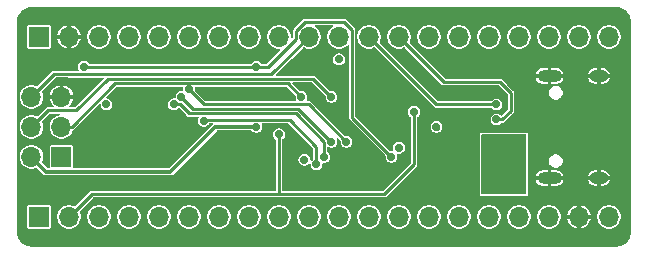
<source format=gbr>
G04 #@! TF.GenerationSoftware,KiCad,Pcbnew,9.0.0+dfsg-1*
G04 #@! TF.CreationDate,2025-03-10T08:37:07+08:00*
G04 #@! TF.ProjectId,gp,67702e6b-6963-4616-945f-706362585858,d*
G04 #@! TF.SameCoordinates,Original*
G04 #@! TF.FileFunction,Copper,L4,Bot*
G04 #@! TF.FilePolarity,Positive*
%FSLAX46Y46*%
G04 Gerber Fmt 4.6, Leading zero omitted, Abs format (unit mm)*
G04 Created by KiCad (PCBNEW 9.0.0+dfsg-1) date 2025-03-10 08:37:07*
%MOMM*%
%LPD*%
G01*
G04 APERTURE LIST*
G04 #@! TA.AperFunction,ComponentPad*
%ADD10R,1.700000X1.700000*%
G04 #@! TD*
G04 #@! TA.AperFunction,ComponentPad*
%ADD11O,1.700000X1.700000*%
G04 #@! TD*
G04 #@! TA.AperFunction,ComponentPad*
%ADD12O,2.100000X1.000000*%
G04 #@! TD*
G04 #@! TA.AperFunction,ComponentPad*
%ADD13O,1.600000X1.000000*%
G04 #@! TD*
G04 #@! TA.AperFunction,ViaPad*
%ADD14C,0.700000*%
G04 #@! TD*
G04 #@! TA.AperFunction,Conductor*
%ADD15C,0.304800*%
G04 #@! TD*
G04 #@! TA.AperFunction,Conductor*
%ADD16C,0.381000*%
G04 #@! TD*
G04 #@! TA.AperFunction,Conductor*
%ADD17C,0.228600*%
G04 #@! TD*
G04 APERTURE END LIST*
D10*
G04 #@! TO.P,J2,1,Pin_1*
G04 #@! TO.N,RST*
X155575000Y-104140000D03*
D11*
G04 #@! TO.P,J2,2,Pin_2*
G04 #@! TO.N,+3V3*
X153035000Y-104140000D03*
G04 #@! TO.P,J2,3,Pin_3*
G04 #@! TO.N,SWCLK*
X155575000Y-101600000D03*
G04 #@! TO.P,J2,4,Pin_4*
G04 #@! TO.N,SWDIO*
X153035000Y-101600000D03*
G04 #@! TO.P,J2,5,Pin_5*
G04 #@! TO.N,GND*
X155575000Y-99060000D03*
G04 #@! TO.P,J2,6,Pin_6*
G04 #@! TO.N,B3*
X153035000Y-99060000D03*
G04 #@! TD*
D12*
G04 #@! TO.P,J1,S1,SHIELD*
G04 #@! TO.N,GND*
X196895000Y-105920000D03*
D13*
X201075000Y-105920000D03*
D12*
X196895000Y-97280000D03*
D13*
X201075000Y-97280000D03*
G04 #@! TD*
D10*
G04 #@! TO.P,J4,1,Pin_1*
G04 #@! TO.N,+3V3*
X153670000Y-93980000D03*
D11*
G04 #@! TO.P,J4,2,Pin_2*
G04 #@! TO.N,GND*
X156210000Y-93980000D03*
G04 #@! TO.P,J4,3,Pin_3*
G04 #@! TO.N,+5V*
X158750000Y-93980000D03*
G04 #@! TO.P,J4,4,Pin_4*
G04 #@! TO.N,B9*
X161290000Y-93980000D03*
G04 #@! TO.P,J4,5,Pin_5*
G04 #@! TO.N,B8*
X163830000Y-93980000D03*
G04 #@! TO.P,J4,6,Pin_6*
G04 #@! TO.N,B7*
X166370000Y-93980000D03*
G04 #@! TO.P,J4,7,Pin_7*
G04 #@! TO.N,B6*
X168910000Y-93980000D03*
G04 #@! TO.P,J4,8,Pin_8*
G04 #@! TO.N,B5*
X171450000Y-93980000D03*
G04 #@! TO.P,J4,9,Pin_9*
G04 #@! TO.N,B4*
X173990000Y-93980000D03*
G04 #@! TO.P,J4,10,Pin_10*
G04 #@! TO.N,B3*
X176530000Y-93980000D03*
G04 #@! TO.P,J4,11,Pin_11*
G04 #@! TO.N,A15*
X179070000Y-93980000D03*
G04 #@! TO.P,J4,12,Pin_12*
G04 #@! TO.N,A12*
X181610000Y-93980000D03*
G04 #@! TO.P,J4,13,Pin_13*
G04 #@! TO.N,A11*
X184150000Y-93980000D03*
G04 #@! TO.P,J4,14,Pin_14*
G04 #@! TO.N,A10*
X186690000Y-93980000D03*
G04 #@! TO.P,J4,15,Pin_15*
G04 #@! TO.N,A9*
X189230000Y-93980000D03*
G04 #@! TO.P,J4,16,Pin_16*
G04 #@! TO.N,A8*
X191770000Y-93980000D03*
G04 #@! TO.P,J4,17,Pin_17*
G04 #@! TO.N,B15*
X194310000Y-93980000D03*
G04 #@! TO.P,J4,18,Pin_18*
G04 #@! TO.N,B14*
X196850000Y-93980000D03*
G04 #@! TO.P,J4,19,Pin_19*
G04 #@! TO.N,B13*
X199390000Y-93980000D03*
G04 #@! TO.P,J4,20,Pin_20*
G04 #@! TO.N,B12*
X201930000Y-93980000D03*
G04 #@! TD*
D10*
G04 #@! TO.P,J3,1,Pin_1*
G04 #@! TO.N,+3V3*
X153670000Y-109220000D03*
D11*
G04 #@! TO.P,J3,2,Pin_2*
G04 #@! TO.N,C13*
X156210000Y-109220000D03*
G04 #@! TO.P,J3,3,Pin_3*
G04 #@! TO.N,C14*
X158750000Y-109220000D03*
G04 #@! TO.P,J3,4,Pin_4*
G04 #@! TO.N,C15*
X161290000Y-109220000D03*
G04 #@! TO.P,J3,5,Pin_5*
G04 #@! TO.N,RST*
X163830000Y-109220000D03*
G04 #@! TO.P,J3,6,Pin_6*
G04 #@! TO.N,A0*
X166370000Y-109220000D03*
G04 #@! TO.P,J3,7,Pin_7*
G04 #@! TO.N,A1*
X168910000Y-109220000D03*
G04 #@! TO.P,J3,8,Pin_8*
G04 #@! TO.N,A2*
X171450000Y-109220000D03*
G04 #@! TO.P,J3,9,Pin_9*
G04 #@! TO.N,A3*
X173990000Y-109220000D03*
G04 #@! TO.P,J3,10,Pin_10*
G04 #@! TO.N,A4*
X176530000Y-109220000D03*
G04 #@! TO.P,J3,11,Pin_11*
G04 #@! TO.N,A5*
X179070000Y-109220000D03*
G04 #@! TO.P,J3,12,Pin_12*
G04 #@! TO.N,A6*
X181610000Y-109220000D03*
G04 #@! TO.P,J3,13,Pin_13*
G04 #@! TO.N,A7*
X184150000Y-109220000D03*
G04 #@! TO.P,J3,14,Pin_14*
G04 #@! TO.N,B0*
X186690000Y-109220000D03*
G04 #@! TO.P,J3,15,Pin_15*
G04 #@! TO.N,B1*
X189230000Y-109220000D03*
G04 #@! TO.P,J3,16,Pin_16*
G04 #@! TO.N,B2*
X191770000Y-109220000D03*
G04 #@! TO.P,J3,17,Pin_17*
G04 #@! TO.N,B10*
X194310000Y-109220000D03*
G04 #@! TO.P,J3,18,Pin_18*
G04 #@! TO.N,+3V3*
X196850000Y-109220000D03*
G04 #@! TO.P,J3,19,Pin_19*
G04 #@! TO.N,GND*
X199390000Y-109220000D03*
G04 #@! TO.P,J3,20,Pin_20*
G04 #@! TO.N,+5V*
X201930000Y-109220000D03*
G04 #@! TD*
D14*
G04 #@! TO.N,GND*
X186690000Y-105410000D03*
X199390000Y-102870000D03*
X201295000Y-102870000D03*
X169545000Y-103505000D03*
X197485000Y-100330000D03*
X159385000Y-104140000D03*
X187960000Y-103505000D03*
X197485000Y-102870000D03*
X175895000Y-102870000D03*
X170815000Y-99060000D03*
X171450000Y-106045000D03*
X201295000Y-100330000D03*
X199390000Y-100330000D03*
X188976000Y-104648000D03*
X188976000Y-105410000D03*
X187960000Y-102616000D03*
G04 #@! TO.N,VBUS*
X192405000Y-104775000D03*
X193040000Y-105410000D03*
X193675000Y-104775000D03*
G04 #@! TO.N,+3V3*
X179070000Y-95885000D03*
X172085000Y-101600000D03*
X176143883Y-104388883D03*
X187325000Y-101600000D03*
X159385000Y-99695000D03*
X184150000Y-103365000D03*
G04 #@! TO.N,C13*
X185420000Y-100330000D03*
X173990000Y-102235000D03*
G04 #@! TO.N,A12*
X192405000Y-99695000D03*
G04 #@! TO.N,A11*
X192405000Y-100965000D03*
G04 #@! TO.N,A7*
X179705000Y-102870000D03*
X166370000Y-98425000D03*
G04 #@! TO.N,A6*
X165735000Y-99060000D03*
X178435000Y-102870000D03*
G04 #@! TO.N,A5*
X165100000Y-99695000D03*
X177800000Y-104140000D03*
G04 #@! TO.N,A4*
X167640000Y-101075700D03*
X177165000Y-104775000D03*
G04 #@! TO.N,BO0*
X172085000Y-96520000D03*
X183515000Y-104140000D03*
X157480000Y-96520000D03*
G04 #@! TO.N,SWCLK*
X175895000Y-99060000D03*
G04 #@! TO.N,SWDIO*
X178435000Y-99060000D03*
G04 #@! TD*
D15*
G04 #@! TO.N,+3V3*
X154305000Y-105410000D02*
X153035000Y-104140000D01*
X172085000Y-101600000D02*
X168609106Y-101600000D01*
X154305000Y-105410000D02*
X164799106Y-105410000D01*
X168609106Y-101600000D02*
X164799106Y-105410000D01*
D16*
X187405000Y-101680000D02*
X187325000Y-101600000D01*
D17*
G04 #@! TO.N,C13*
X168275000Y-107296701D02*
X173990000Y-107296701D01*
X173990000Y-107296701D02*
X182898299Y-107296701D01*
X173990000Y-102235000D02*
X173990000Y-107296701D01*
X168275000Y-107296701D02*
X168928299Y-107296701D01*
X158133299Y-107296701D02*
X168275000Y-107296701D01*
X185420000Y-104775000D02*
X185420000Y-100330000D01*
X182898299Y-107296701D02*
X185420000Y-104775000D01*
X156210000Y-109220000D02*
X158133299Y-107296701D01*
G04 #@! TO.N,B3*
X156210000Y-97136211D02*
X154958789Y-97136211D01*
X156228789Y-97155000D02*
X156210000Y-97136211D01*
X154958789Y-97136211D02*
X153035000Y-99060000D01*
X173355000Y-97155000D02*
X156228789Y-97155000D01*
X176530000Y-93980000D02*
X173355000Y-97155000D01*
G04 #@! TO.N,A12*
X187325000Y-99695000D02*
X181610000Y-93980000D01*
X192405000Y-99695000D02*
X187325000Y-99695000D01*
G04 #@! TO.N,A11*
X192899974Y-100965000D02*
X193641011Y-100223963D01*
X193641011Y-100223963D02*
X193641011Y-98748293D01*
X192701017Y-97808299D02*
X187978299Y-97808299D01*
X192405000Y-100965000D02*
X192899974Y-100965000D01*
X193641011Y-98748293D02*
X192701017Y-97808299D01*
X187978299Y-97808299D02*
X184150000Y-93980000D01*
G04 #@! TO.N,A7*
X176530000Y-99695000D02*
X179705000Y-102870000D01*
X166370000Y-98425000D02*
X167640000Y-99695000D01*
X167640000Y-99695000D02*
X176530000Y-99695000D01*
G04 #@! TO.N,A6*
X178435000Y-102870000D02*
X175642000Y-100077000D01*
X166752000Y-100077000D02*
X165735000Y-99060000D01*
X175642000Y-100077000D02*
X166752000Y-100077000D01*
G04 #@! TO.N,A5*
X166370000Y-100459000D02*
X165606000Y-99695000D01*
X177800000Y-102870000D02*
X177800000Y-104140000D01*
X175389000Y-100459000D02*
X177800000Y-102870000D01*
X165606000Y-99695000D02*
X165100000Y-99695000D01*
X166370000Y-100459000D02*
X175389000Y-100459000D01*
G04 #@! TO.N,A4*
X174880860Y-100982300D02*
X167733400Y-100982300D01*
X167733400Y-100982300D02*
X167640000Y-101075700D01*
X177165000Y-103266440D02*
X174880860Y-100982300D01*
X177165000Y-104775000D02*
X177165000Y-103266440D01*
G04 #@! TO.N,BO0*
X176219333Y-92710000D02*
X175412300Y-93517033D01*
X172085000Y-96520000D02*
X157480000Y-96520000D01*
X179490000Y-92710000D02*
X176219333Y-92710000D01*
X180187700Y-93407700D02*
X179490000Y-92710000D01*
X175412300Y-93517033D02*
X175412300Y-94138367D01*
X173030667Y-96520000D02*
X172085000Y-96520000D01*
X175412300Y-94138367D02*
X173030667Y-96520000D01*
X183515000Y-104140000D02*
X180187700Y-100812700D01*
X180187700Y-100812700D02*
X180187700Y-93407700D01*
G04 #@! TO.N,SWCLK*
X174754000Y-97919000D02*
X160111000Y-97919000D01*
X156430000Y-101600000D02*
X155575000Y-101600000D01*
X160111000Y-97919000D02*
X156430000Y-101600000D01*
X175895000Y-99060000D02*
X174754000Y-97919000D01*
G04 #@! TO.N,SWDIO*
X176912000Y-97537000D02*
X178435000Y-99060000D01*
X153035000Y-101600000D02*
X154431022Y-100203978D01*
X156845000Y-100203978D02*
X159511978Y-97537000D01*
X159511978Y-97537000D02*
X176912000Y-97537000D01*
X154431022Y-100203978D02*
X156845000Y-100203978D01*
G04 #@! TD*
G04 #@! TA.AperFunction,Conductor*
G04 #@! TO.N,GND*
G36*
X174660512Y-98203793D02*
G01*
X174665348Y-98208226D01*
X175373827Y-98916705D01*
X175395567Y-98963325D01*
X175393293Y-98989332D01*
X175392100Y-98993785D01*
X175392100Y-98993792D01*
X175392100Y-99126208D01*
X175409449Y-99190958D01*
X175426371Y-99254114D01*
X175461524Y-99315000D01*
X175470456Y-99365659D01*
X175444736Y-99410207D01*
X175396399Y-99427800D01*
X167781826Y-99427800D01*
X167733488Y-99410207D01*
X167728652Y-99405774D01*
X166891171Y-98568293D01*
X166869431Y-98521673D01*
X166871707Y-98495658D01*
X166872900Y-98491208D01*
X166872900Y-98358792D01*
X166852019Y-98280861D01*
X166856503Y-98229619D01*
X166892877Y-98193245D01*
X166924657Y-98186200D01*
X174612174Y-98186200D01*
X174660512Y-98203793D01*
G37*
G04 #@! TD.AperFunction*
G04 #@! TA.AperFunction,Conductor*
G36*
X202567947Y-91465731D02*
G01*
X202753791Y-91480358D01*
X202765430Y-91482201D01*
X202943817Y-91525028D01*
X202955033Y-91528672D01*
X203124528Y-91598879D01*
X203135036Y-91604234D01*
X203291455Y-91700088D01*
X203301002Y-91707024D01*
X203440498Y-91826166D01*
X203448837Y-91834505D01*
X203567975Y-91973997D01*
X203574911Y-91983544D01*
X203670765Y-92139963D01*
X203676123Y-92150477D01*
X203746326Y-92319963D01*
X203749972Y-92331186D01*
X203792796Y-92509561D01*
X203794642Y-92521216D01*
X203809268Y-92707052D01*
X203809500Y-92712952D01*
X203809500Y-110487047D01*
X203809268Y-110492947D01*
X203794642Y-110678783D01*
X203792796Y-110690438D01*
X203749972Y-110868813D01*
X203746326Y-110880036D01*
X203676123Y-111049522D01*
X203670765Y-111060036D01*
X203574911Y-111216455D01*
X203567975Y-111226002D01*
X203448837Y-111365494D01*
X203440494Y-111373837D01*
X203301002Y-111492975D01*
X203291455Y-111499911D01*
X203135036Y-111595765D01*
X203124522Y-111601123D01*
X202955036Y-111671326D01*
X202943813Y-111674972D01*
X202765438Y-111717796D01*
X202753783Y-111719642D01*
X202567948Y-111734268D01*
X202562048Y-111734500D01*
X153037952Y-111734500D01*
X153032052Y-111734268D01*
X152846216Y-111719642D01*
X152834561Y-111717796D01*
X152656186Y-111674972D01*
X152644963Y-111671326D01*
X152475477Y-111601123D01*
X152464963Y-111595765D01*
X152308544Y-111499911D01*
X152298997Y-111492975D01*
X152259027Y-111458838D01*
X152159501Y-111373833D01*
X152151166Y-111365498D01*
X152032024Y-111226002D01*
X152025088Y-111216455D01*
X151929234Y-111060036D01*
X151923879Y-111049528D01*
X151853672Y-110880033D01*
X151850027Y-110868813D01*
X151807201Y-110690430D01*
X151805358Y-110678791D01*
X151790732Y-110492947D01*
X151790500Y-110487047D01*
X151790500Y-108354942D01*
X152667100Y-108354942D01*
X152667100Y-110085055D01*
X152667101Y-110085057D01*
X152675972Y-110129659D01*
X152709764Y-110180232D01*
X152709765Y-110180232D01*
X152709766Y-110180234D01*
X152760342Y-110214028D01*
X152804943Y-110222900D01*
X154535056Y-110222899D01*
X154579658Y-110214028D01*
X154630234Y-110180234D01*
X154664028Y-110129658D01*
X154672900Y-110085057D01*
X154672899Y-109121222D01*
X155207100Y-109121222D01*
X155207100Y-109318777D01*
X155245641Y-109512537D01*
X155245642Y-109512538D01*
X155321241Y-109695051D01*
X155430996Y-109859312D01*
X155430997Y-109859313D01*
X155431000Y-109859317D01*
X155570682Y-109998999D01*
X155570685Y-109999001D01*
X155570688Y-109999004D01*
X155734949Y-110108759D01*
X155917461Y-110184357D01*
X155917462Y-110184358D01*
X155917463Y-110184358D01*
X155917465Y-110184359D01*
X156047218Y-110210168D01*
X156111222Y-110222900D01*
X156111223Y-110222900D01*
X156308778Y-110222900D01*
X156364967Y-110211723D01*
X156502535Y-110184359D01*
X156685051Y-110108759D01*
X156849312Y-109999004D01*
X156989004Y-109859312D01*
X157098759Y-109695051D01*
X157174359Y-109512535D01*
X157212900Y-109318777D01*
X157212900Y-109121223D01*
X157212900Y-109121222D01*
X157747100Y-109121222D01*
X157747100Y-109318777D01*
X157785641Y-109512537D01*
X157785642Y-109512538D01*
X157861241Y-109695051D01*
X157970996Y-109859312D01*
X157970997Y-109859313D01*
X157971000Y-109859317D01*
X158110682Y-109998999D01*
X158110685Y-109999001D01*
X158110688Y-109999004D01*
X158274949Y-110108759D01*
X158457461Y-110184357D01*
X158457462Y-110184358D01*
X158457463Y-110184358D01*
X158457465Y-110184359D01*
X158587218Y-110210168D01*
X158651222Y-110222900D01*
X158651223Y-110222900D01*
X158848778Y-110222900D01*
X158904967Y-110211723D01*
X159042535Y-110184359D01*
X159225051Y-110108759D01*
X159389312Y-109999004D01*
X159529004Y-109859312D01*
X159638759Y-109695051D01*
X159714359Y-109512535D01*
X159752900Y-109318777D01*
X159752900Y-109121223D01*
X159752900Y-109121222D01*
X160287100Y-109121222D01*
X160287100Y-109318777D01*
X160325641Y-109512537D01*
X160325642Y-109512538D01*
X160401241Y-109695051D01*
X160510996Y-109859312D01*
X160510997Y-109859313D01*
X160511000Y-109859317D01*
X160650682Y-109998999D01*
X160650685Y-109999001D01*
X160650688Y-109999004D01*
X160814949Y-110108759D01*
X160997461Y-110184357D01*
X160997462Y-110184358D01*
X160997463Y-110184358D01*
X160997465Y-110184359D01*
X161127218Y-110210168D01*
X161191222Y-110222900D01*
X161191223Y-110222900D01*
X161388778Y-110222900D01*
X161444967Y-110211723D01*
X161582535Y-110184359D01*
X161765051Y-110108759D01*
X161929312Y-109999004D01*
X162069004Y-109859312D01*
X162178759Y-109695051D01*
X162254359Y-109512535D01*
X162292900Y-109318777D01*
X162292900Y-109121223D01*
X162292900Y-109121222D01*
X162827100Y-109121222D01*
X162827100Y-109318777D01*
X162865641Y-109512537D01*
X162865642Y-109512538D01*
X162941241Y-109695051D01*
X163050996Y-109859312D01*
X163050997Y-109859313D01*
X163051000Y-109859317D01*
X163190682Y-109998999D01*
X163190685Y-109999001D01*
X163190688Y-109999004D01*
X163354949Y-110108759D01*
X163537461Y-110184357D01*
X163537462Y-110184358D01*
X163537463Y-110184358D01*
X163537465Y-110184359D01*
X163667218Y-110210168D01*
X163731222Y-110222900D01*
X163731223Y-110222900D01*
X163928778Y-110222900D01*
X163984967Y-110211723D01*
X164122535Y-110184359D01*
X164305051Y-110108759D01*
X164469312Y-109999004D01*
X164609004Y-109859312D01*
X164718759Y-109695051D01*
X164794359Y-109512535D01*
X164832900Y-109318777D01*
X164832900Y-109121223D01*
X164832900Y-109121222D01*
X165367100Y-109121222D01*
X165367100Y-109318777D01*
X165405641Y-109512537D01*
X165405642Y-109512538D01*
X165481241Y-109695051D01*
X165590996Y-109859312D01*
X165590997Y-109859313D01*
X165591000Y-109859317D01*
X165730682Y-109998999D01*
X165730685Y-109999001D01*
X165730688Y-109999004D01*
X165894949Y-110108759D01*
X166077461Y-110184357D01*
X166077462Y-110184358D01*
X166077463Y-110184358D01*
X166077465Y-110184359D01*
X166207218Y-110210168D01*
X166271222Y-110222900D01*
X166271223Y-110222900D01*
X166468778Y-110222900D01*
X166524967Y-110211723D01*
X166662535Y-110184359D01*
X166845051Y-110108759D01*
X167009312Y-109999004D01*
X167149004Y-109859312D01*
X167258759Y-109695051D01*
X167334359Y-109512535D01*
X167372900Y-109318777D01*
X167372900Y-109121223D01*
X167372900Y-109121222D01*
X167907100Y-109121222D01*
X167907100Y-109318777D01*
X167945641Y-109512537D01*
X167945642Y-109512538D01*
X168021241Y-109695051D01*
X168130996Y-109859312D01*
X168130997Y-109859313D01*
X168131000Y-109859317D01*
X168270682Y-109998999D01*
X168270685Y-109999001D01*
X168270688Y-109999004D01*
X168434949Y-110108759D01*
X168617461Y-110184357D01*
X168617462Y-110184358D01*
X168617463Y-110184358D01*
X168617465Y-110184359D01*
X168747218Y-110210168D01*
X168811222Y-110222900D01*
X168811223Y-110222900D01*
X169008778Y-110222900D01*
X169064967Y-110211723D01*
X169202535Y-110184359D01*
X169385051Y-110108759D01*
X169549312Y-109999004D01*
X169689004Y-109859312D01*
X169798759Y-109695051D01*
X169874359Y-109512535D01*
X169912900Y-109318777D01*
X169912900Y-109121223D01*
X169912900Y-109121222D01*
X170447100Y-109121222D01*
X170447100Y-109318777D01*
X170485641Y-109512537D01*
X170485642Y-109512538D01*
X170561241Y-109695051D01*
X170670996Y-109859312D01*
X170670997Y-109859313D01*
X170671000Y-109859317D01*
X170810682Y-109998999D01*
X170810685Y-109999001D01*
X170810688Y-109999004D01*
X170974949Y-110108759D01*
X171157461Y-110184357D01*
X171157462Y-110184358D01*
X171157463Y-110184358D01*
X171157465Y-110184359D01*
X171287218Y-110210168D01*
X171351222Y-110222900D01*
X171351223Y-110222900D01*
X171548778Y-110222900D01*
X171604967Y-110211723D01*
X171742535Y-110184359D01*
X171925051Y-110108759D01*
X172089312Y-109999004D01*
X172229004Y-109859312D01*
X172338759Y-109695051D01*
X172414359Y-109512535D01*
X172452900Y-109318777D01*
X172452900Y-109121223D01*
X172452900Y-109121222D01*
X172987100Y-109121222D01*
X172987100Y-109318777D01*
X173025641Y-109512537D01*
X173025642Y-109512538D01*
X173101241Y-109695051D01*
X173210996Y-109859312D01*
X173210997Y-109859313D01*
X173211000Y-109859317D01*
X173350682Y-109998999D01*
X173350685Y-109999001D01*
X173350688Y-109999004D01*
X173514949Y-110108759D01*
X173697461Y-110184357D01*
X173697462Y-110184358D01*
X173697463Y-110184358D01*
X173697465Y-110184359D01*
X173827218Y-110210168D01*
X173891222Y-110222900D01*
X173891223Y-110222900D01*
X174088778Y-110222900D01*
X174144967Y-110211723D01*
X174282535Y-110184359D01*
X174465051Y-110108759D01*
X174629312Y-109999004D01*
X174769004Y-109859312D01*
X174878759Y-109695051D01*
X174954359Y-109512535D01*
X174992900Y-109318777D01*
X174992900Y-109121223D01*
X174992900Y-109121222D01*
X175527100Y-109121222D01*
X175527100Y-109318777D01*
X175565641Y-109512537D01*
X175565642Y-109512538D01*
X175641241Y-109695051D01*
X175750996Y-109859312D01*
X175750997Y-109859313D01*
X175751000Y-109859317D01*
X175890682Y-109998999D01*
X175890685Y-109999001D01*
X175890688Y-109999004D01*
X176054949Y-110108759D01*
X176237461Y-110184357D01*
X176237462Y-110184358D01*
X176237463Y-110184358D01*
X176237465Y-110184359D01*
X176367218Y-110210168D01*
X176431222Y-110222900D01*
X176431223Y-110222900D01*
X176628778Y-110222900D01*
X176684967Y-110211723D01*
X176822535Y-110184359D01*
X177005051Y-110108759D01*
X177169312Y-109999004D01*
X177309004Y-109859312D01*
X177418759Y-109695051D01*
X177494359Y-109512535D01*
X177532900Y-109318777D01*
X177532900Y-109121223D01*
X177532900Y-109121222D01*
X178067100Y-109121222D01*
X178067100Y-109318777D01*
X178105641Y-109512537D01*
X178105642Y-109512538D01*
X178181241Y-109695051D01*
X178290996Y-109859312D01*
X178290997Y-109859313D01*
X178291000Y-109859317D01*
X178430682Y-109998999D01*
X178430685Y-109999001D01*
X178430688Y-109999004D01*
X178594949Y-110108759D01*
X178777461Y-110184357D01*
X178777462Y-110184358D01*
X178777463Y-110184358D01*
X178777465Y-110184359D01*
X178907218Y-110210168D01*
X178971222Y-110222900D01*
X178971223Y-110222900D01*
X179168778Y-110222900D01*
X179224967Y-110211723D01*
X179362535Y-110184359D01*
X179545051Y-110108759D01*
X179709312Y-109999004D01*
X179849004Y-109859312D01*
X179958759Y-109695051D01*
X180034359Y-109512535D01*
X180072900Y-109318777D01*
X180072900Y-109121223D01*
X180072900Y-109121222D01*
X180607100Y-109121222D01*
X180607100Y-109318777D01*
X180645641Y-109512537D01*
X180645642Y-109512538D01*
X180721241Y-109695051D01*
X180830996Y-109859312D01*
X180830997Y-109859313D01*
X180831000Y-109859317D01*
X180970682Y-109998999D01*
X180970685Y-109999001D01*
X180970688Y-109999004D01*
X181134949Y-110108759D01*
X181317461Y-110184357D01*
X181317462Y-110184358D01*
X181317463Y-110184358D01*
X181317465Y-110184359D01*
X181447218Y-110210168D01*
X181511222Y-110222900D01*
X181511223Y-110222900D01*
X181708778Y-110222900D01*
X181764967Y-110211723D01*
X181902535Y-110184359D01*
X182085051Y-110108759D01*
X182249312Y-109999004D01*
X182389004Y-109859312D01*
X182498759Y-109695051D01*
X182574359Y-109512535D01*
X182612900Y-109318777D01*
X182612900Y-109121223D01*
X182612900Y-109121222D01*
X183147100Y-109121222D01*
X183147100Y-109318777D01*
X183185641Y-109512537D01*
X183185642Y-109512538D01*
X183261241Y-109695051D01*
X183370996Y-109859312D01*
X183370997Y-109859313D01*
X183371000Y-109859317D01*
X183510682Y-109998999D01*
X183510685Y-109999001D01*
X183510688Y-109999004D01*
X183674949Y-110108759D01*
X183857461Y-110184357D01*
X183857462Y-110184358D01*
X183857463Y-110184358D01*
X183857465Y-110184359D01*
X183987218Y-110210168D01*
X184051222Y-110222900D01*
X184051223Y-110222900D01*
X184248778Y-110222900D01*
X184304967Y-110211723D01*
X184442535Y-110184359D01*
X184625051Y-110108759D01*
X184789312Y-109999004D01*
X184929004Y-109859312D01*
X185038759Y-109695051D01*
X185114359Y-109512535D01*
X185152900Y-109318777D01*
X185152900Y-109121223D01*
X185152900Y-109121222D01*
X185687100Y-109121222D01*
X185687100Y-109318777D01*
X185725641Y-109512537D01*
X185725642Y-109512538D01*
X185801241Y-109695051D01*
X185910996Y-109859312D01*
X185910997Y-109859313D01*
X185911000Y-109859317D01*
X186050682Y-109998999D01*
X186050685Y-109999001D01*
X186050688Y-109999004D01*
X186214949Y-110108759D01*
X186397461Y-110184357D01*
X186397462Y-110184358D01*
X186397463Y-110184358D01*
X186397465Y-110184359D01*
X186527218Y-110210168D01*
X186591222Y-110222900D01*
X186591223Y-110222900D01*
X186788778Y-110222900D01*
X186844967Y-110211723D01*
X186982535Y-110184359D01*
X187165051Y-110108759D01*
X187329312Y-109999004D01*
X187469004Y-109859312D01*
X187578759Y-109695051D01*
X187654359Y-109512535D01*
X187692900Y-109318777D01*
X187692900Y-109121223D01*
X187692900Y-109121222D01*
X188227100Y-109121222D01*
X188227100Y-109318777D01*
X188265641Y-109512537D01*
X188265642Y-109512538D01*
X188341241Y-109695051D01*
X188450996Y-109859312D01*
X188450997Y-109859313D01*
X188451000Y-109859317D01*
X188590682Y-109998999D01*
X188590685Y-109999001D01*
X188590688Y-109999004D01*
X188754949Y-110108759D01*
X188937461Y-110184357D01*
X188937462Y-110184358D01*
X188937463Y-110184358D01*
X188937465Y-110184359D01*
X189067218Y-110210168D01*
X189131222Y-110222900D01*
X189131223Y-110222900D01*
X189328778Y-110222900D01*
X189384967Y-110211723D01*
X189522535Y-110184359D01*
X189705051Y-110108759D01*
X189869312Y-109999004D01*
X190009004Y-109859312D01*
X190118759Y-109695051D01*
X190194359Y-109512535D01*
X190232900Y-109318777D01*
X190232900Y-109121223D01*
X190232900Y-109121222D01*
X190767100Y-109121222D01*
X190767100Y-109318777D01*
X190805641Y-109512537D01*
X190805642Y-109512538D01*
X190881241Y-109695051D01*
X190990996Y-109859312D01*
X190990997Y-109859313D01*
X190991000Y-109859317D01*
X191130682Y-109998999D01*
X191130685Y-109999001D01*
X191130688Y-109999004D01*
X191294949Y-110108759D01*
X191477461Y-110184357D01*
X191477462Y-110184358D01*
X191477463Y-110184358D01*
X191477465Y-110184359D01*
X191607218Y-110210168D01*
X191671222Y-110222900D01*
X191671223Y-110222900D01*
X191868778Y-110222900D01*
X191924967Y-110211723D01*
X192062535Y-110184359D01*
X192245051Y-110108759D01*
X192409312Y-109999004D01*
X192549004Y-109859312D01*
X192658759Y-109695051D01*
X192734359Y-109512535D01*
X192772900Y-109318777D01*
X192772900Y-109121223D01*
X192772900Y-109121222D01*
X193307100Y-109121222D01*
X193307100Y-109318777D01*
X193345641Y-109512537D01*
X193345642Y-109512538D01*
X193421241Y-109695051D01*
X193530996Y-109859312D01*
X193530997Y-109859313D01*
X193531000Y-109859317D01*
X193670682Y-109998999D01*
X193670685Y-109999001D01*
X193670688Y-109999004D01*
X193834949Y-110108759D01*
X194017461Y-110184357D01*
X194017462Y-110184358D01*
X194017463Y-110184358D01*
X194017465Y-110184359D01*
X194147218Y-110210168D01*
X194211222Y-110222900D01*
X194211223Y-110222900D01*
X194408778Y-110222900D01*
X194464967Y-110211723D01*
X194602535Y-110184359D01*
X194785051Y-110108759D01*
X194949312Y-109999004D01*
X195089004Y-109859312D01*
X195198759Y-109695051D01*
X195274359Y-109512535D01*
X195312900Y-109318777D01*
X195312900Y-109121223D01*
X195312900Y-109121222D01*
X195847100Y-109121222D01*
X195847100Y-109318777D01*
X195885641Y-109512537D01*
X195885642Y-109512538D01*
X195961241Y-109695051D01*
X196070996Y-109859312D01*
X196070997Y-109859313D01*
X196071000Y-109859317D01*
X196210682Y-109998999D01*
X196210685Y-109999001D01*
X196210688Y-109999004D01*
X196374949Y-110108759D01*
X196557461Y-110184357D01*
X196557462Y-110184358D01*
X196557463Y-110184358D01*
X196557465Y-110184359D01*
X196687218Y-110210168D01*
X196751222Y-110222900D01*
X196751223Y-110222900D01*
X196948778Y-110222900D01*
X197004967Y-110211723D01*
X197142535Y-110184359D01*
X197325051Y-110108759D01*
X197489312Y-109999004D01*
X197629004Y-109859312D01*
X197738759Y-109695051D01*
X197814359Y-109512535D01*
X197852900Y-109318777D01*
X197852900Y-109121223D01*
X197851446Y-109113914D01*
X197849173Y-109102483D01*
X197842234Y-109067600D01*
X198398276Y-109067600D01*
X198913198Y-109067600D01*
X198890000Y-109154174D01*
X198890000Y-109285826D01*
X198913198Y-109372400D01*
X198398276Y-109372400D01*
X198426121Y-109512385D01*
X198426122Y-109512388D01*
X198501684Y-109694812D01*
X198611389Y-109858998D01*
X198751001Y-109998610D01*
X198915187Y-110108315D01*
X199097607Y-110183876D01*
X199097608Y-110183877D01*
X199237599Y-110211723D01*
X199237600Y-110211723D01*
X199237600Y-109696802D01*
X199324174Y-109720000D01*
X199455826Y-109720000D01*
X199542400Y-109696802D01*
X199542400Y-110211723D01*
X199682391Y-110183877D01*
X199682392Y-110183876D01*
X199864812Y-110108315D01*
X200028998Y-109998610D01*
X200168610Y-109858998D01*
X200278315Y-109694812D01*
X200353877Y-109512388D01*
X200353878Y-109512385D01*
X200381724Y-109372400D01*
X199866802Y-109372400D01*
X199890000Y-109285826D01*
X199890000Y-109154174D01*
X199881170Y-109121222D01*
X200927100Y-109121222D01*
X200927100Y-109318777D01*
X200965641Y-109512537D01*
X200965642Y-109512538D01*
X201041241Y-109695051D01*
X201150996Y-109859312D01*
X201150997Y-109859313D01*
X201151000Y-109859317D01*
X201290682Y-109998999D01*
X201290685Y-109999001D01*
X201290688Y-109999004D01*
X201454949Y-110108759D01*
X201637461Y-110184357D01*
X201637462Y-110184358D01*
X201637463Y-110184358D01*
X201637465Y-110184359D01*
X201767218Y-110210168D01*
X201831222Y-110222900D01*
X201831223Y-110222900D01*
X202028778Y-110222900D01*
X202084967Y-110211723D01*
X202222535Y-110184359D01*
X202405051Y-110108759D01*
X202569312Y-109999004D01*
X202709004Y-109859312D01*
X202818759Y-109695051D01*
X202894359Y-109512535D01*
X202932900Y-109318777D01*
X202932900Y-109121223D01*
X202932899Y-109121220D01*
X202914159Y-109027007D01*
X202894359Y-108927465D01*
X202818759Y-108744949D01*
X202709004Y-108580688D01*
X202709001Y-108580685D01*
X202708999Y-108580682D01*
X202569317Y-108441000D01*
X202569313Y-108440997D01*
X202569312Y-108440996D01*
X202405051Y-108331241D01*
X202405049Y-108331240D01*
X202222538Y-108255642D01*
X202222537Y-108255641D01*
X202028778Y-108217100D01*
X202028777Y-108217100D01*
X201831223Y-108217100D01*
X201831222Y-108217100D01*
X201637462Y-108255641D01*
X201637461Y-108255642D01*
X201454950Y-108331240D01*
X201290682Y-108441000D01*
X201151000Y-108580682D01*
X201041240Y-108744950D01*
X200965642Y-108927461D01*
X200965641Y-108927462D01*
X200927100Y-109121222D01*
X199881170Y-109121222D01*
X199866802Y-109067600D01*
X200381724Y-109067600D01*
X200353878Y-108927614D01*
X200353877Y-108927611D01*
X200278315Y-108745187D01*
X200168610Y-108581001D01*
X200028998Y-108441389D01*
X199864812Y-108331684D01*
X199682388Y-108256122D01*
X199682385Y-108256121D01*
X199542400Y-108228276D01*
X199542400Y-108743197D01*
X199455826Y-108720000D01*
X199324174Y-108720000D01*
X199237600Y-108743197D01*
X199237600Y-108228276D01*
X199097614Y-108256121D01*
X199097611Y-108256122D01*
X198915187Y-108331684D01*
X198751001Y-108441389D01*
X198611389Y-108581001D01*
X198501684Y-108745187D01*
X198426122Y-108927611D01*
X198426121Y-108927614D01*
X198398276Y-109067600D01*
X197842234Y-109067600D01*
X197831357Y-109012922D01*
X197814359Y-108927465D01*
X197738759Y-108744949D01*
X197629004Y-108580688D01*
X197629001Y-108580685D01*
X197628999Y-108580682D01*
X197489317Y-108441000D01*
X197489313Y-108440997D01*
X197489312Y-108440996D01*
X197325051Y-108331241D01*
X197325049Y-108331240D01*
X197142538Y-108255642D01*
X197142537Y-108255641D01*
X196948778Y-108217100D01*
X196948777Y-108217100D01*
X196751223Y-108217100D01*
X196751222Y-108217100D01*
X196557462Y-108255641D01*
X196557461Y-108255642D01*
X196374950Y-108331240D01*
X196210682Y-108441000D01*
X196071000Y-108580682D01*
X195961240Y-108744950D01*
X195885642Y-108927461D01*
X195885641Y-108927462D01*
X195847100Y-109121222D01*
X195312900Y-109121222D01*
X195312899Y-109121220D01*
X195294159Y-109027007D01*
X195274359Y-108927465D01*
X195198759Y-108744949D01*
X195089004Y-108580688D01*
X195089001Y-108580685D01*
X195088999Y-108580682D01*
X194949317Y-108441000D01*
X194949313Y-108440997D01*
X194949312Y-108440996D01*
X194785051Y-108331241D01*
X194785049Y-108331240D01*
X194602538Y-108255642D01*
X194602537Y-108255641D01*
X194408778Y-108217100D01*
X194408777Y-108217100D01*
X194211223Y-108217100D01*
X194211222Y-108217100D01*
X194017462Y-108255641D01*
X194017461Y-108255642D01*
X193834950Y-108331240D01*
X193670682Y-108441000D01*
X193531000Y-108580682D01*
X193421240Y-108744950D01*
X193345642Y-108927461D01*
X193345641Y-108927462D01*
X193307100Y-109121222D01*
X192772900Y-109121222D01*
X192772899Y-109121220D01*
X192754159Y-109027007D01*
X192734359Y-108927465D01*
X192658759Y-108744949D01*
X192549004Y-108580688D01*
X192549001Y-108580685D01*
X192548999Y-108580682D01*
X192409317Y-108441000D01*
X192409313Y-108440997D01*
X192409312Y-108440996D01*
X192245051Y-108331241D01*
X192245049Y-108331240D01*
X192062538Y-108255642D01*
X192062537Y-108255641D01*
X191868778Y-108217100D01*
X191868777Y-108217100D01*
X191671223Y-108217100D01*
X191671222Y-108217100D01*
X191477462Y-108255641D01*
X191477461Y-108255642D01*
X191294950Y-108331240D01*
X191130682Y-108441000D01*
X190991000Y-108580682D01*
X190881240Y-108744950D01*
X190805642Y-108927461D01*
X190805641Y-108927462D01*
X190767100Y-109121222D01*
X190232900Y-109121222D01*
X190232899Y-109121220D01*
X190214159Y-109027007D01*
X190194359Y-108927465D01*
X190118759Y-108744949D01*
X190009004Y-108580688D01*
X190009001Y-108580685D01*
X190008999Y-108580682D01*
X189869317Y-108441000D01*
X189869313Y-108440997D01*
X189869312Y-108440996D01*
X189705051Y-108331241D01*
X189705049Y-108331240D01*
X189522538Y-108255642D01*
X189522537Y-108255641D01*
X189328778Y-108217100D01*
X189328777Y-108217100D01*
X189131223Y-108217100D01*
X189131222Y-108217100D01*
X188937462Y-108255641D01*
X188937461Y-108255642D01*
X188754950Y-108331240D01*
X188590682Y-108441000D01*
X188451000Y-108580682D01*
X188341240Y-108744950D01*
X188265642Y-108927461D01*
X188265641Y-108927462D01*
X188227100Y-109121222D01*
X187692900Y-109121222D01*
X187692899Y-109121220D01*
X187674159Y-109027007D01*
X187654359Y-108927465D01*
X187578759Y-108744949D01*
X187469004Y-108580688D01*
X187469001Y-108580685D01*
X187468999Y-108580682D01*
X187329317Y-108441000D01*
X187329313Y-108440997D01*
X187329312Y-108440996D01*
X187165051Y-108331241D01*
X187165049Y-108331240D01*
X186982538Y-108255642D01*
X186982537Y-108255641D01*
X186788778Y-108217100D01*
X186788777Y-108217100D01*
X186591223Y-108217100D01*
X186591222Y-108217100D01*
X186397462Y-108255641D01*
X186397461Y-108255642D01*
X186214950Y-108331240D01*
X186050682Y-108441000D01*
X185911000Y-108580682D01*
X185801240Y-108744950D01*
X185725642Y-108927461D01*
X185725641Y-108927462D01*
X185687100Y-109121222D01*
X185152900Y-109121222D01*
X185152899Y-109121220D01*
X185134159Y-109027007D01*
X185114359Y-108927465D01*
X185038759Y-108744949D01*
X184929004Y-108580688D01*
X184929001Y-108580685D01*
X184928999Y-108580682D01*
X184789317Y-108441000D01*
X184789313Y-108440997D01*
X184789312Y-108440996D01*
X184625051Y-108331241D01*
X184625049Y-108331240D01*
X184442538Y-108255642D01*
X184442537Y-108255641D01*
X184248778Y-108217100D01*
X184248777Y-108217100D01*
X184051223Y-108217100D01*
X184051222Y-108217100D01*
X183857462Y-108255641D01*
X183857461Y-108255642D01*
X183674950Y-108331240D01*
X183510682Y-108441000D01*
X183371000Y-108580682D01*
X183261240Y-108744950D01*
X183185642Y-108927461D01*
X183185641Y-108927462D01*
X183147100Y-109121222D01*
X182612900Y-109121222D01*
X182612899Y-109121220D01*
X182594159Y-109027007D01*
X182574359Y-108927465D01*
X182498759Y-108744949D01*
X182389004Y-108580688D01*
X182389001Y-108580685D01*
X182388999Y-108580682D01*
X182249317Y-108441000D01*
X182249313Y-108440997D01*
X182249312Y-108440996D01*
X182085051Y-108331241D01*
X182085049Y-108331240D01*
X181902538Y-108255642D01*
X181902537Y-108255641D01*
X181708778Y-108217100D01*
X181708777Y-108217100D01*
X181511223Y-108217100D01*
X181511222Y-108217100D01*
X181317462Y-108255641D01*
X181317461Y-108255642D01*
X181134950Y-108331240D01*
X180970682Y-108441000D01*
X180831000Y-108580682D01*
X180721240Y-108744950D01*
X180645642Y-108927461D01*
X180645641Y-108927462D01*
X180607100Y-109121222D01*
X180072900Y-109121222D01*
X180072899Y-109121220D01*
X180054159Y-109027007D01*
X180034359Y-108927465D01*
X179958759Y-108744949D01*
X179849004Y-108580688D01*
X179849001Y-108580685D01*
X179848999Y-108580682D01*
X179709317Y-108441000D01*
X179709313Y-108440997D01*
X179709312Y-108440996D01*
X179545051Y-108331241D01*
X179545049Y-108331240D01*
X179362538Y-108255642D01*
X179362537Y-108255641D01*
X179168778Y-108217100D01*
X179168777Y-108217100D01*
X178971223Y-108217100D01*
X178971222Y-108217100D01*
X178777462Y-108255641D01*
X178777461Y-108255642D01*
X178594950Y-108331240D01*
X178430682Y-108441000D01*
X178291000Y-108580682D01*
X178181240Y-108744950D01*
X178105642Y-108927461D01*
X178105641Y-108927462D01*
X178067100Y-109121222D01*
X177532900Y-109121222D01*
X177532899Y-109121220D01*
X177514159Y-109027007D01*
X177494359Y-108927465D01*
X177418759Y-108744949D01*
X177309004Y-108580688D01*
X177309001Y-108580685D01*
X177308999Y-108580682D01*
X177169317Y-108441000D01*
X177169313Y-108440997D01*
X177169312Y-108440996D01*
X177005051Y-108331241D01*
X177005049Y-108331240D01*
X176822538Y-108255642D01*
X176822537Y-108255641D01*
X176628778Y-108217100D01*
X176628777Y-108217100D01*
X176431223Y-108217100D01*
X176431222Y-108217100D01*
X176237462Y-108255641D01*
X176237461Y-108255642D01*
X176054950Y-108331240D01*
X175890682Y-108441000D01*
X175751000Y-108580682D01*
X175641240Y-108744950D01*
X175565642Y-108927461D01*
X175565641Y-108927462D01*
X175527100Y-109121222D01*
X174992900Y-109121222D01*
X174992899Y-109121220D01*
X174974159Y-109027007D01*
X174954359Y-108927465D01*
X174878759Y-108744949D01*
X174769004Y-108580688D01*
X174769001Y-108580685D01*
X174768999Y-108580682D01*
X174629317Y-108441000D01*
X174629313Y-108440997D01*
X174629312Y-108440996D01*
X174465051Y-108331241D01*
X174465049Y-108331240D01*
X174282538Y-108255642D01*
X174282537Y-108255641D01*
X174088778Y-108217100D01*
X174088777Y-108217100D01*
X173891223Y-108217100D01*
X173891222Y-108217100D01*
X173697462Y-108255641D01*
X173697461Y-108255642D01*
X173514950Y-108331240D01*
X173350682Y-108441000D01*
X173211000Y-108580682D01*
X173101240Y-108744950D01*
X173025642Y-108927461D01*
X173025641Y-108927462D01*
X172987100Y-109121222D01*
X172452900Y-109121222D01*
X172452899Y-109121220D01*
X172434159Y-109027007D01*
X172414359Y-108927465D01*
X172338759Y-108744949D01*
X172229004Y-108580688D01*
X172229001Y-108580685D01*
X172228999Y-108580682D01*
X172089317Y-108441000D01*
X172089313Y-108440997D01*
X172089312Y-108440996D01*
X171925051Y-108331241D01*
X171925049Y-108331240D01*
X171742538Y-108255642D01*
X171742537Y-108255641D01*
X171548778Y-108217100D01*
X171548777Y-108217100D01*
X171351223Y-108217100D01*
X171351222Y-108217100D01*
X171157462Y-108255641D01*
X171157461Y-108255642D01*
X170974950Y-108331240D01*
X170810682Y-108441000D01*
X170671000Y-108580682D01*
X170561240Y-108744950D01*
X170485642Y-108927461D01*
X170485641Y-108927462D01*
X170447100Y-109121222D01*
X169912900Y-109121222D01*
X169912899Y-109121220D01*
X169894159Y-109027007D01*
X169874359Y-108927465D01*
X169798759Y-108744949D01*
X169689004Y-108580688D01*
X169689001Y-108580685D01*
X169688999Y-108580682D01*
X169549317Y-108441000D01*
X169549313Y-108440997D01*
X169549312Y-108440996D01*
X169385051Y-108331241D01*
X169385049Y-108331240D01*
X169202538Y-108255642D01*
X169202537Y-108255641D01*
X169008778Y-108217100D01*
X169008777Y-108217100D01*
X168811223Y-108217100D01*
X168811222Y-108217100D01*
X168617462Y-108255641D01*
X168617461Y-108255642D01*
X168434950Y-108331240D01*
X168270682Y-108441000D01*
X168131000Y-108580682D01*
X168021240Y-108744950D01*
X167945642Y-108927461D01*
X167945641Y-108927462D01*
X167907100Y-109121222D01*
X167372900Y-109121222D01*
X167372899Y-109121220D01*
X167354159Y-109027007D01*
X167334359Y-108927465D01*
X167258759Y-108744949D01*
X167149004Y-108580688D01*
X167149001Y-108580685D01*
X167148999Y-108580682D01*
X167009317Y-108441000D01*
X167009313Y-108440997D01*
X167009312Y-108440996D01*
X166845051Y-108331241D01*
X166845049Y-108331240D01*
X166662538Y-108255642D01*
X166662537Y-108255641D01*
X166468778Y-108217100D01*
X166468777Y-108217100D01*
X166271223Y-108217100D01*
X166271222Y-108217100D01*
X166077462Y-108255641D01*
X166077461Y-108255642D01*
X165894950Y-108331240D01*
X165730682Y-108441000D01*
X165591000Y-108580682D01*
X165481240Y-108744950D01*
X165405642Y-108927461D01*
X165405641Y-108927462D01*
X165367100Y-109121222D01*
X164832900Y-109121222D01*
X164832899Y-109121220D01*
X164814159Y-109027007D01*
X164794359Y-108927465D01*
X164718759Y-108744949D01*
X164609004Y-108580688D01*
X164609001Y-108580685D01*
X164608999Y-108580682D01*
X164469317Y-108441000D01*
X164469313Y-108440997D01*
X164469312Y-108440996D01*
X164305051Y-108331241D01*
X164305049Y-108331240D01*
X164122538Y-108255642D01*
X164122537Y-108255641D01*
X163928778Y-108217100D01*
X163928777Y-108217100D01*
X163731223Y-108217100D01*
X163731222Y-108217100D01*
X163537462Y-108255641D01*
X163537461Y-108255642D01*
X163354950Y-108331240D01*
X163190682Y-108441000D01*
X163051000Y-108580682D01*
X162941240Y-108744950D01*
X162865642Y-108927461D01*
X162865641Y-108927462D01*
X162827100Y-109121222D01*
X162292900Y-109121222D01*
X162292899Y-109121220D01*
X162274159Y-109027007D01*
X162254359Y-108927465D01*
X162178759Y-108744949D01*
X162069004Y-108580688D01*
X162069001Y-108580685D01*
X162068999Y-108580682D01*
X161929317Y-108441000D01*
X161929313Y-108440997D01*
X161929312Y-108440996D01*
X161765051Y-108331241D01*
X161765049Y-108331240D01*
X161582538Y-108255642D01*
X161582537Y-108255641D01*
X161388778Y-108217100D01*
X161388777Y-108217100D01*
X161191223Y-108217100D01*
X161191222Y-108217100D01*
X160997462Y-108255641D01*
X160997461Y-108255642D01*
X160814950Y-108331240D01*
X160650682Y-108441000D01*
X160511000Y-108580682D01*
X160401240Y-108744950D01*
X160325642Y-108927461D01*
X160325641Y-108927462D01*
X160287100Y-109121222D01*
X159752900Y-109121222D01*
X159752899Y-109121220D01*
X159734159Y-109027007D01*
X159714359Y-108927465D01*
X159638759Y-108744949D01*
X159529004Y-108580688D01*
X159529001Y-108580685D01*
X159528999Y-108580682D01*
X159389317Y-108441000D01*
X159389313Y-108440997D01*
X159389312Y-108440996D01*
X159225051Y-108331241D01*
X159225049Y-108331240D01*
X159042538Y-108255642D01*
X159042537Y-108255641D01*
X158848778Y-108217100D01*
X158848777Y-108217100D01*
X158651223Y-108217100D01*
X158651222Y-108217100D01*
X158457462Y-108255641D01*
X158457461Y-108255642D01*
X158274950Y-108331240D01*
X158110682Y-108441000D01*
X157971000Y-108580682D01*
X157861240Y-108744950D01*
X157785642Y-108927461D01*
X157785641Y-108927462D01*
X157747100Y-109121222D01*
X157212900Y-109121222D01*
X157212899Y-109121220D01*
X157194159Y-109027007D01*
X157174359Y-108927465D01*
X157107491Y-108766032D01*
X157105248Y-108714643D01*
X157123792Y-108684084D01*
X158221951Y-107585927D01*
X158268571Y-107564187D01*
X158275125Y-107563901D01*
X182951446Y-107563901D01*
X182951448Y-107563901D01*
X183049656Y-107523222D01*
X185646521Y-104926357D01*
X185687200Y-104828149D01*
X185687200Y-104721851D01*
X185687200Y-102310195D01*
X190977100Y-102310195D01*
X190977100Y-102310200D01*
X190977100Y-107239800D01*
X190977447Y-107247764D01*
X190977700Y-107253565D01*
X190978613Y-107264003D01*
X190978842Y-107266615D01*
X190999396Y-107331807D01*
X191025115Y-107376355D01*
X191025118Y-107376359D01*
X191040905Y-107398904D01*
X191107856Y-107445783D01*
X191107857Y-107445783D01*
X191107859Y-107445785D01*
X191156197Y-107463378D01*
X191210195Y-107472899D01*
X191210196Y-107472900D01*
X191210200Y-107472900D01*
X194869790Y-107472900D01*
X194869800Y-107472900D01*
X194883557Y-107472300D01*
X194896615Y-107471158D01*
X194961807Y-107450604D01*
X195006356Y-107424884D01*
X195028904Y-107409095D01*
X195075785Y-107342141D01*
X195093378Y-107293803D01*
X195102899Y-107239804D01*
X195102900Y-107239804D01*
X195102900Y-105767599D01*
X195710132Y-105767599D01*
X195710133Y-105767600D01*
X196086577Y-105767600D01*
X196065444Y-105804204D01*
X196045000Y-105880504D01*
X196045000Y-105959496D01*
X196065444Y-106035796D01*
X196086577Y-106072400D01*
X195710133Y-106072400D01*
X195717671Y-106110298D01*
X195766851Y-106229029D01*
X195838244Y-106335877D01*
X195838252Y-106335886D01*
X195929113Y-106426747D01*
X195929122Y-106426755D01*
X196035970Y-106498148D01*
X196154698Y-106547327D01*
X196154699Y-106547328D01*
X196280743Y-106572400D01*
X196742600Y-106572400D01*
X196742600Y-106220000D01*
X197047400Y-106220000D01*
X197047400Y-106572400D01*
X197509257Y-106572400D01*
X197635300Y-106547328D01*
X197635301Y-106547327D01*
X197754029Y-106498148D01*
X197860877Y-106426755D01*
X197860886Y-106426747D01*
X197951747Y-106335886D01*
X197951755Y-106335877D01*
X198023148Y-106229029D01*
X198072328Y-106110298D01*
X198079867Y-106072400D01*
X197703423Y-106072400D01*
X197724556Y-106035796D01*
X197745000Y-105959496D01*
X197745000Y-105880504D01*
X197724556Y-105804204D01*
X197703423Y-105767600D01*
X198079867Y-105767600D01*
X198079867Y-105767599D01*
X200140132Y-105767599D01*
X200140133Y-105767600D01*
X200516577Y-105767600D01*
X200495444Y-105804204D01*
X200475000Y-105880504D01*
X200475000Y-105959496D01*
X200495444Y-106035796D01*
X200516577Y-106072400D01*
X200140133Y-106072400D01*
X200147671Y-106110298D01*
X200196851Y-106229029D01*
X200268244Y-106335877D01*
X200268252Y-106335886D01*
X200359113Y-106426747D01*
X200359122Y-106426755D01*
X200465970Y-106498148D01*
X200584698Y-106547327D01*
X200584699Y-106547328D01*
X200710743Y-106572400D01*
X200922600Y-106572400D01*
X200922600Y-106220000D01*
X201227400Y-106220000D01*
X201227400Y-106572400D01*
X201439257Y-106572400D01*
X201565300Y-106547328D01*
X201565301Y-106547327D01*
X201684029Y-106498148D01*
X201790877Y-106426755D01*
X201790886Y-106426747D01*
X201881747Y-106335886D01*
X201881755Y-106335877D01*
X201953148Y-106229029D01*
X202002328Y-106110298D01*
X202009867Y-106072400D01*
X201633423Y-106072400D01*
X201654556Y-106035796D01*
X201675000Y-105959496D01*
X201675000Y-105880504D01*
X201654556Y-105804204D01*
X201633423Y-105767600D01*
X202009867Y-105767600D01*
X202009867Y-105767599D01*
X202002328Y-105729701D01*
X201953148Y-105610970D01*
X201881755Y-105504122D01*
X201881747Y-105504113D01*
X201790886Y-105413252D01*
X201790877Y-105413244D01*
X201684029Y-105341851D01*
X201565301Y-105292672D01*
X201565300Y-105292671D01*
X201439257Y-105267600D01*
X201227400Y-105267600D01*
X201227400Y-105620000D01*
X200922600Y-105620000D01*
X200922600Y-105267600D01*
X200710743Y-105267600D01*
X200584699Y-105292671D01*
X200584698Y-105292672D01*
X200465970Y-105341851D01*
X200359122Y-105413244D01*
X200359113Y-105413252D01*
X200268252Y-105504113D01*
X200268244Y-105504122D01*
X200196851Y-105610970D01*
X200147671Y-105729701D01*
X200140132Y-105767599D01*
X198079867Y-105767599D01*
X198072328Y-105729701D01*
X198023148Y-105610970D01*
X197951755Y-105504122D01*
X197951747Y-105504113D01*
X197860886Y-105413252D01*
X197860877Y-105413244D01*
X197754029Y-105341851D01*
X197635301Y-105292672D01*
X197635300Y-105292671D01*
X197509257Y-105267600D01*
X197047400Y-105267600D01*
X197047400Y-105620000D01*
X196742600Y-105620000D01*
X196742600Y-105267600D01*
X196280743Y-105267600D01*
X196154699Y-105292671D01*
X196154698Y-105292672D01*
X196035970Y-105341851D01*
X195929122Y-105413244D01*
X195929113Y-105413252D01*
X195838252Y-105504113D01*
X195838244Y-105504122D01*
X195766851Y-105610970D01*
X195717671Y-105729701D01*
X195710132Y-105767599D01*
X195102900Y-105767599D01*
X195102900Y-104414234D01*
X196849500Y-104414234D01*
X196849500Y-104565766D01*
X196888214Y-104710250D01*
X196888719Y-104712134D01*
X196888722Y-104712142D01*
X196964484Y-104843365D01*
X197071634Y-104950515D01*
X197202857Y-105026277D01*
X197202860Y-105026278D01*
X197202865Y-105026281D01*
X197349234Y-105065500D01*
X197349237Y-105065500D01*
X197500763Y-105065500D01*
X197500766Y-105065500D01*
X197647135Y-105026281D01*
X197778365Y-104950515D01*
X197885515Y-104843365D01*
X197961281Y-104712135D01*
X198000500Y-104565766D01*
X198000500Y-104414234D01*
X197961281Y-104267865D01*
X197961278Y-104267860D01*
X197961277Y-104267857D01*
X197885515Y-104136634D01*
X197778365Y-104029484D01*
X197647142Y-103953722D01*
X197647136Y-103953720D01*
X197647135Y-103953719D01*
X197500766Y-103914500D01*
X197349234Y-103914500D01*
X197202865Y-103953719D01*
X197202857Y-103953722D01*
X197071634Y-104029484D01*
X196964484Y-104136634D01*
X196888722Y-104267857D01*
X196888719Y-104267865D01*
X196849500Y-104414234D01*
X195102900Y-104414234D01*
X195102900Y-102310210D01*
X195102900Y-102310200D01*
X195102300Y-102296443D01*
X195101158Y-102283385D01*
X195080604Y-102218193D01*
X195054884Y-102173644D01*
X195039095Y-102151096D01*
X195024541Y-102140905D01*
X194972143Y-102104216D01*
X194972144Y-102104216D01*
X194923802Y-102086621D01*
X194869804Y-102077100D01*
X194869800Y-102077100D01*
X191210200Y-102077100D01*
X191202959Y-102077415D01*
X191196434Y-102077700D01*
X191184690Y-102078727D01*
X191183385Y-102078842D01*
X191118193Y-102099396D01*
X191118192Y-102099396D01*
X191073644Y-102125115D01*
X191073640Y-102125118D01*
X191051095Y-102140905D01*
X191004216Y-102207855D01*
X190986621Y-102256197D01*
X190977100Y-102310195D01*
X185687200Y-102310195D01*
X185687200Y-101533792D01*
X186822100Y-101533792D01*
X186822100Y-101666208D01*
X186830827Y-101698777D01*
X186856371Y-101794114D01*
X186922578Y-101908786D01*
X186922582Y-101908792D01*
X187016207Y-102002417D01*
X187016210Y-102002419D01*
X187016212Y-102002421D01*
X187066775Y-102031613D01*
X187130885Y-102068628D01*
X187130887Y-102068628D01*
X187130888Y-102068629D01*
X187258792Y-102102900D01*
X187258794Y-102102900D01*
X187391206Y-102102900D01*
X187391208Y-102102900D01*
X187519112Y-102068629D01*
X187633788Y-102002421D01*
X187727421Y-101908788D01*
X187793629Y-101794112D01*
X187827900Y-101666208D01*
X187827900Y-101533792D01*
X187793629Y-101405888D01*
X187793628Y-101405887D01*
X187793628Y-101405885D01*
X187739216Y-101311642D01*
X187727421Y-101291212D01*
X187727419Y-101291210D01*
X187727417Y-101291207D01*
X187633792Y-101197582D01*
X187633786Y-101197578D01*
X187519114Y-101131371D01*
X187455160Y-101114235D01*
X187391208Y-101097100D01*
X187258792Y-101097100D01*
X187207630Y-101110808D01*
X187130885Y-101131371D01*
X187016213Y-101197578D01*
X187016207Y-101197582D01*
X186922582Y-101291207D01*
X186922578Y-101291213D01*
X186856371Y-101405885D01*
X186839755Y-101467900D01*
X186822100Y-101533792D01*
X185687200Y-101533792D01*
X185687200Y-100799848D01*
X185704793Y-100751510D01*
X185724804Y-100734721D01*
X185728788Y-100732421D01*
X185822421Y-100638788D01*
X185888629Y-100524112D01*
X185922900Y-100396208D01*
X185922900Y-100263792D01*
X185888629Y-100135888D01*
X185888628Y-100135887D01*
X185888628Y-100135885D01*
X185833105Y-100039718D01*
X185822421Y-100021212D01*
X185822419Y-100021210D01*
X185822417Y-100021207D01*
X185728792Y-99927582D01*
X185728786Y-99927578D01*
X185614114Y-99861371D01*
X185530635Y-99839004D01*
X185486208Y-99827100D01*
X185353792Y-99827100D01*
X185309365Y-99839004D01*
X185225885Y-99861371D01*
X185111213Y-99927578D01*
X185111207Y-99927582D01*
X185017582Y-100021207D01*
X185017578Y-100021213D01*
X184951371Y-100135885D01*
X184936390Y-100191800D01*
X184917100Y-100263792D01*
X184917100Y-100396208D01*
X184926288Y-100430497D01*
X184951371Y-100524114D01*
X185017578Y-100638786D01*
X185017582Y-100638792D01*
X185111207Y-100732417D01*
X185111210Y-100732419D01*
X185111212Y-100732421D01*
X185115196Y-100734721D01*
X185148263Y-100774124D01*
X185152800Y-100799848D01*
X185152800Y-104633174D01*
X185135207Y-104681512D01*
X185130774Y-104686348D01*
X182809647Y-107007475D01*
X182763027Y-107029215D01*
X182756473Y-107029501D01*
X174332400Y-107029501D01*
X174284062Y-107011908D01*
X174258342Y-106967359D01*
X174257200Y-106954301D01*
X174257200Y-102704848D01*
X174274793Y-102656510D01*
X174294804Y-102639721D01*
X174298788Y-102637421D01*
X174392421Y-102543788D01*
X174458629Y-102429112D01*
X174492900Y-102301208D01*
X174492900Y-102168792D01*
X174458629Y-102040888D01*
X174458628Y-102040887D01*
X174458628Y-102040885D01*
X174393064Y-101927326D01*
X174392421Y-101926212D01*
X174392419Y-101926210D01*
X174392417Y-101926207D01*
X174298792Y-101832582D01*
X174298786Y-101832578D01*
X174184114Y-101766371D01*
X174120160Y-101749235D01*
X174056208Y-101732100D01*
X173923792Y-101732100D01*
X173872630Y-101745808D01*
X173795885Y-101766371D01*
X173681213Y-101832578D01*
X173681207Y-101832582D01*
X173587582Y-101926207D01*
X173587578Y-101926213D01*
X173521371Y-102040885D01*
X173512217Y-102075051D01*
X173487100Y-102168792D01*
X173487100Y-102301208D01*
X173499859Y-102348827D01*
X173521371Y-102429114D01*
X173555808Y-102488759D01*
X173583697Y-102537065D01*
X173587578Y-102543786D01*
X173587582Y-102543792D01*
X173681207Y-102637417D01*
X173681210Y-102637419D01*
X173681212Y-102637421D01*
X173685196Y-102639721D01*
X173718263Y-102679124D01*
X173722800Y-102704848D01*
X173722800Y-106954301D01*
X173705207Y-107002639D01*
X173660658Y-107028359D01*
X173647600Y-107029501D01*
X168981448Y-107029501D01*
X168328149Y-107029501D01*
X158186448Y-107029501D01*
X158080150Y-107029501D01*
X158018218Y-107055153D01*
X157981939Y-107070181D01*
X156745916Y-108306204D01*
X156699296Y-108327944D01*
X156663964Y-108322506D01*
X156502538Y-108255642D01*
X156502537Y-108255641D01*
X156308778Y-108217100D01*
X156308777Y-108217100D01*
X156111223Y-108217100D01*
X156111222Y-108217100D01*
X155917462Y-108255641D01*
X155917461Y-108255642D01*
X155734950Y-108331240D01*
X155570682Y-108441000D01*
X155431000Y-108580682D01*
X155321240Y-108744950D01*
X155245642Y-108927461D01*
X155245641Y-108927462D01*
X155207100Y-109121222D01*
X154672899Y-109121222D01*
X154672899Y-108354944D01*
X154664028Y-108310342D01*
X154630234Y-108259766D01*
X154579658Y-108225972D01*
X154579656Y-108225971D01*
X154535057Y-108217100D01*
X152804944Y-108217100D01*
X152804942Y-108217101D01*
X152760340Y-108225972D01*
X152709767Y-108259764D01*
X152675972Y-108310342D01*
X152675971Y-108310343D01*
X152667100Y-108354942D01*
X151790500Y-108354942D01*
X151790500Y-98961222D01*
X152032100Y-98961222D01*
X152032100Y-99158777D01*
X152070641Y-99352537D01*
X152070642Y-99352538D01*
X152143581Y-99528629D01*
X152146241Y-99535051D01*
X152255996Y-99699312D01*
X152255997Y-99699313D01*
X152256000Y-99699317D01*
X152395682Y-99838999D01*
X152395685Y-99839001D01*
X152395688Y-99839004D01*
X152559949Y-99948759D01*
X152742461Y-100024357D01*
X152742462Y-100024358D01*
X152742463Y-100024358D01*
X152742465Y-100024359D01*
X152872218Y-100050168D01*
X152936222Y-100062900D01*
X152936223Y-100062900D01*
X153133778Y-100062900D01*
X153181889Y-100053329D01*
X153327535Y-100024359D01*
X153510051Y-99948759D01*
X153674312Y-99839004D01*
X153814004Y-99699312D01*
X153923759Y-99535051D01*
X153999359Y-99352535D01*
X154037900Y-99158777D01*
X154037900Y-98961223D01*
X154034906Y-98946171D01*
X154034173Y-98942483D01*
X154002999Y-98785766D01*
X153999359Y-98767465D01*
X153932491Y-98606032D01*
X153930248Y-98554643D01*
X153948792Y-98524084D01*
X155047441Y-97425437D01*
X155094061Y-97403697D01*
X155100615Y-97403411D01*
X156115320Y-97403411D01*
X156144097Y-97409135D01*
X156166790Y-97418534D01*
X156175640Y-97422200D01*
X159067352Y-97422200D01*
X159115690Y-97439793D01*
X159141410Y-97484342D01*
X159132477Y-97535000D01*
X159120526Y-97550574D01*
X156756348Y-99914752D01*
X156709728Y-99936492D01*
X156703174Y-99936778D01*
X156297379Y-99936778D01*
X156249041Y-99919185D01*
X156223321Y-99874636D01*
X156232254Y-99823978D01*
X156244205Y-99808404D01*
X156353609Y-99698999D01*
X156353610Y-99698998D01*
X156463315Y-99534812D01*
X156538877Y-99352388D01*
X156538878Y-99352385D01*
X156566724Y-99212400D01*
X156051802Y-99212400D01*
X156075000Y-99125826D01*
X156075000Y-98994174D01*
X156051802Y-98907600D01*
X156566723Y-98907600D01*
X156538878Y-98767614D01*
X156538877Y-98767611D01*
X156463315Y-98585187D01*
X156353610Y-98421001D01*
X156213998Y-98281389D01*
X156049812Y-98171684D01*
X155867388Y-98096122D01*
X155867385Y-98096121D01*
X155727400Y-98068276D01*
X155727400Y-98583197D01*
X155640826Y-98560000D01*
X155509174Y-98560000D01*
X155422600Y-98583197D01*
X155422600Y-98068276D01*
X155282614Y-98096121D01*
X155282611Y-98096122D01*
X155100187Y-98171684D01*
X154936001Y-98281389D01*
X154796389Y-98421001D01*
X154686684Y-98585187D01*
X154611122Y-98767611D01*
X154611121Y-98767614D01*
X154583276Y-98907600D01*
X155098198Y-98907600D01*
X155075000Y-98994174D01*
X155075000Y-99125826D01*
X155098198Y-99212400D01*
X154583276Y-99212400D01*
X154611121Y-99352385D01*
X154611122Y-99352388D01*
X154686684Y-99534812D01*
X154796389Y-99698998D01*
X154905795Y-99808404D01*
X154927535Y-99855024D01*
X154914221Y-99904711D01*
X154872084Y-99934216D01*
X154852621Y-99936778D01*
X154484171Y-99936778D01*
X154377873Y-99936778D01*
X154316499Y-99962200D01*
X154279662Y-99977458D01*
X153570916Y-100686204D01*
X153524296Y-100707944D01*
X153488964Y-100702506D01*
X153327538Y-100635642D01*
X153327537Y-100635641D01*
X153133778Y-100597100D01*
X153133777Y-100597100D01*
X152936223Y-100597100D01*
X152936222Y-100597100D01*
X152742462Y-100635641D01*
X152742461Y-100635642D01*
X152559950Y-100711240D01*
X152395682Y-100821000D01*
X152256000Y-100960682D01*
X152146240Y-101124950D01*
X152070642Y-101307461D01*
X152070641Y-101307462D01*
X152032100Y-101501222D01*
X152032100Y-101698777D01*
X152070641Y-101892537D01*
X152070642Y-101892538D01*
X152143581Y-102068629D01*
X152146241Y-102075051D01*
X152255996Y-102239312D01*
X152255997Y-102239313D01*
X152256000Y-102239317D01*
X152395682Y-102378999D01*
X152395685Y-102379001D01*
X152395688Y-102379004D01*
X152559949Y-102488759D01*
X152742461Y-102564357D01*
X152742462Y-102564358D01*
X152742463Y-102564358D01*
X152742465Y-102564359D01*
X152872218Y-102590168D01*
X152936222Y-102602900D01*
X152936223Y-102602900D01*
X153133778Y-102602900D01*
X153181889Y-102593329D01*
X153327535Y-102564359D01*
X153510051Y-102488759D01*
X153674312Y-102379004D01*
X153814004Y-102239312D01*
X153923759Y-102075051D01*
X153999359Y-101892535D01*
X154037900Y-101698777D01*
X154037900Y-101501223D01*
X153999359Y-101307465D01*
X153932491Y-101146032D01*
X153930248Y-101094643D01*
X153948790Y-101064086D01*
X154519675Y-100493202D01*
X154566294Y-100471464D01*
X154572848Y-100471178D01*
X155345758Y-100471178D01*
X155394096Y-100488771D01*
X155419816Y-100533320D01*
X155410883Y-100583978D01*
X155371478Y-100617043D01*
X155360429Y-100620133D01*
X155282463Y-100635641D01*
X155282461Y-100635642D01*
X155099950Y-100711240D01*
X154935682Y-100821000D01*
X154796000Y-100960682D01*
X154686240Y-101124950D01*
X154610642Y-101307461D01*
X154610641Y-101307462D01*
X154572100Y-101501222D01*
X154572100Y-101698777D01*
X154610641Y-101892537D01*
X154610642Y-101892538D01*
X154683581Y-102068629D01*
X154686241Y-102075051D01*
X154795996Y-102239312D01*
X154795997Y-102239313D01*
X154796000Y-102239317D01*
X154935682Y-102378999D01*
X154935685Y-102379001D01*
X154935688Y-102379004D01*
X155099949Y-102488759D01*
X155282461Y-102564357D01*
X155282462Y-102564358D01*
X155282463Y-102564358D01*
X155282465Y-102564359D01*
X155412218Y-102590168D01*
X155476222Y-102602900D01*
X155476223Y-102602900D01*
X155673778Y-102602900D01*
X155721889Y-102593329D01*
X155867535Y-102564359D01*
X156050051Y-102488759D01*
X156214312Y-102379004D01*
X156354004Y-102239312D01*
X156463759Y-102075051D01*
X156539359Y-101892535D01*
X156542056Y-101878975D01*
X156568737Y-101835001D01*
X156575458Y-101831026D01*
X156575198Y-101830637D01*
X156581357Y-101826521D01*
X157664085Y-100743793D01*
X158753726Y-99654150D01*
X158800346Y-99632411D01*
X158850033Y-99645725D01*
X158879538Y-99687862D01*
X158882100Y-99707325D01*
X158882100Y-99761208D01*
X158894746Y-99808404D01*
X158916371Y-99889114D01*
X158982578Y-100003786D01*
X158982582Y-100003792D01*
X159076207Y-100097417D01*
X159076210Y-100097419D01*
X159076212Y-100097421D01*
X159126775Y-100126613D01*
X159190885Y-100163628D01*
X159190887Y-100163628D01*
X159190888Y-100163629D01*
X159318792Y-100197900D01*
X159318794Y-100197900D01*
X159451206Y-100197900D01*
X159451208Y-100197900D01*
X159579112Y-100163629D01*
X159693788Y-100097421D01*
X159787421Y-100003788D01*
X159853629Y-99889112D01*
X159887900Y-99761208D01*
X159887900Y-99628792D01*
X159853629Y-99500888D01*
X159853628Y-99500887D01*
X159853628Y-99500885D01*
X159798715Y-99405774D01*
X159787421Y-99386212D01*
X159787419Y-99386210D01*
X159787417Y-99386207D01*
X159693792Y-99292582D01*
X159693786Y-99292578D01*
X159579114Y-99226371D01*
X159515160Y-99209235D01*
X159451208Y-99192100D01*
X159397325Y-99192100D01*
X159348987Y-99174507D01*
X159323267Y-99129958D01*
X159332200Y-99079300D01*
X159344151Y-99063726D01*
X159712733Y-98695145D01*
X160199652Y-98208226D01*
X160246272Y-98186486D01*
X160252826Y-98186200D01*
X165815343Y-98186200D01*
X165863681Y-98203793D01*
X165889401Y-98248342D01*
X165887981Y-98280860D01*
X165867100Y-98358792D01*
X165867100Y-98358794D01*
X165867100Y-98481900D01*
X165849507Y-98530238D01*
X165804958Y-98555958D01*
X165791900Y-98557100D01*
X165668792Y-98557100D01*
X165622409Y-98569528D01*
X165540885Y-98591371D01*
X165426213Y-98657578D01*
X165426207Y-98657582D01*
X165332582Y-98751207D01*
X165332578Y-98751213D01*
X165266371Y-98865885D01*
X165248619Y-98932142D01*
X165232100Y-98993792D01*
X165232100Y-98993794D01*
X165232100Y-99116900D01*
X165214507Y-99165238D01*
X165169958Y-99190958D01*
X165156900Y-99192100D01*
X165033792Y-99192100D01*
X164982630Y-99205808D01*
X164905885Y-99226371D01*
X164791213Y-99292578D01*
X164791207Y-99292582D01*
X164697582Y-99386207D01*
X164697578Y-99386213D01*
X164631371Y-99500885D01*
X164617619Y-99552213D01*
X164597100Y-99628792D01*
X164597100Y-99761208D01*
X164609746Y-99808404D01*
X164631371Y-99889114D01*
X164697578Y-100003786D01*
X164697582Y-100003792D01*
X164791207Y-100097417D01*
X164791210Y-100097419D01*
X164791212Y-100097421D01*
X164841775Y-100126613D01*
X164905885Y-100163628D01*
X164905887Y-100163628D01*
X164905888Y-100163629D01*
X165033792Y-100197900D01*
X165033794Y-100197900D01*
X165166206Y-100197900D01*
X165166208Y-100197900D01*
X165294112Y-100163629D01*
X165408788Y-100097421D01*
X165424073Y-100082136D01*
X165466492Y-100039718D01*
X165513112Y-100017978D01*
X165562799Y-100031292D01*
X165572840Y-100039718D01*
X166143479Y-100610357D01*
X166218643Y-100685521D01*
X166316851Y-100726200D01*
X167130834Y-100726200D01*
X167179172Y-100743793D01*
X167204892Y-100788342D01*
X167195959Y-100839000D01*
X167171371Y-100881586D01*
X167154235Y-100945540D01*
X167137100Y-101009492D01*
X167137100Y-101141908D01*
X167157662Y-101218650D01*
X167171371Y-101269814D01*
X167237578Y-101384486D01*
X167237582Y-101384492D01*
X167331207Y-101478117D01*
X167331210Y-101478119D01*
X167331212Y-101478121D01*
X167371224Y-101501222D01*
X167445885Y-101544328D01*
X167445887Y-101544328D01*
X167445888Y-101544329D01*
X167573792Y-101578600D01*
X167573794Y-101578600D01*
X167706206Y-101578600D01*
X167706208Y-101578600D01*
X167834112Y-101544329D01*
X167948788Y-101478121D01*
X168042421Y-101384488D01*
X168098648Y-101287100D01*
X168138053Y-101254035D01*
X168163773Y-101249500D01*
X168346297Y-101249500D01*
X168394635Y-101267093D01*
X168420355Y-101311642D01*
X168411422Y-101362300D01*
X168399471Y-101377874D01*
X164694673Y-105082674D01*
X164648053Y-105104414D01*
X164641499Y-105104700D01*
X156649711Y-105104700D01*
X156601373Y-105087107D01*
X156575653Y-105042558D01*
X156575957Y-105014826D01*
X156576514Y-105012020D01*
X156577900Y-105005057D01*
X156577899Y-103274944D01*
X156569028Y-103230342D01*
X156535234Y-103179766D01*
X156484658Y-103145972D01*
X156484656Y-103145971D01*
X156440057Y-103137100D01*
X154709944Y-103137100D01*
X154709942Y-103137101D01*
X154665340Y-103145972D01*
X154614767Y-103179764D01*
X154580972Y-103230342D01*
X154580971Y-103230343D01*
X154572100Y-103274942D01*
X154572100Y-105005055D01*
X154574045Y-105014829D01*
X154573912Y-105015688D01*
X154574348Y-105016442D01*
X154570013Y-105041020D01*
X154566220Y-105065670D01*
X154565566Y-105066243D01*
X154565415Y-105067100D01*
X154546295Y-105083143D01*
X154527545Y-105099587D01*
X154526455Y-105099791D01*
X154526010Y-105100165D01*
X154500290Y-105104700D01*
X154462607Y-105104700D01*
X154414269Y-105087107D01*
X154409433Y-105082674D01*
X153964575Y-104637816D01*
X153942835Y-104591196D01*
X153948272Y-104555867D01*
X153999359Y-104432535D01*
X154037900Y-104238777D01*
X154037900Y-104041223D01*
X153999359Y-103847465D01*
X153923759Y-103664949D01*
X153814004Y-103500688D01*
X153814001Y-103500685D01*
X153813999Y-103500682D01*
X153674317Y-103361000D01*
X153674313Y-103360997D01*
X153674312Y-103360996D01*
X153510051Y-103251241D01*
X153510049Y-103251240D01*
X153327538Y-103175642D01*
X153327537Y-103175641D01*
X153133778Y-103137100D01*
X153133777Y-103137100D01*
X152936223Y-103137100D01*
X152936222Y-103137100D01*
X152742462Y-103175641D01*
X152742461Y-103175642D01*
X152559950Y-103251240D01*
X152395682Y-103361000D01*
X152256000Y-103500682D01*
X152146240Y-103664950D01*
X152070642Y-103847461D01*
X152070641Y-103847462D01*
X152032100Y-104041222D01*
X152032100Y-104238777D01*
X152070641Y-104432537D01*
X152070642Y-104432538D01*
X152143581Y-104608629D01*
X152146241Y-104615051D01*
X152255996Y-104779312D01*
X152255997Y-104779313D01*
X152256000Y-104779317D01*
X152395682Y-104918999D01*
X152395685Y-104919001D01*
X152395688Y-104919004D01*
X152559949Y-105028759D01*
X152742461Y-105104357D01*
X152742462Y-105104358D01*
X152742463Y-105104358D01*
X152742465Y-105104359D01*
X152872218Y-105130168D01*
X152936222Y-105142900D01*
X152936223Y-105142900D01*
X153133778Y-105142900D01*
X153172528Y-105135191D01*
X153327535Y-105104359D01*
X153450866Y-105053272D01*
X153502255Y-105051029D01*
X153532816Y-105069575D01*
X154117536Y-105654296D01*
X154117538Y-105654297D01*
X154117541Y-105654300D01*
X154187158Y-105694494D01*
X154207961Y-105700067D01*
X154207964Y-105700069D01*
X154207964Y-105700068D01*
X154264807Y-105715300D01*
X164839296Y-105715300D01*
X164839299Y-105715300D01*
X164916947Y-105694494D01*
X164957184Y-105671263D01*
X164986565Y-105654300D01*
X166844274Y-103796591D01*
X168713540Y-101927326D01*
X168760160Y-101905586D01*
X168766714Y-101905300D01*
X171647942Y-101905300D01*
X171696280Y-101922893D01*
X171701116Y-101927326D01*
X171776207Y-102002417D01*
X171776210Y-102002419D01*
X171776212Y-102002421D01*
X171826775Y-102031613D01*
X171890885Y-102068628D01*
X171890887Y-102068628D01*
X171890888Y-102068629D01*
X172018792Y-102102900D01*
X172018794Y-102102900D01*
X172151206Y-102102900D01*
X172151208Y-102102900D01*
X172279112Y-102068629D01*
X172393788Y-102002421D01*
X172487421Y-101908788D01*
X172553629Y-101794112D01*
X172587900Y-101666208D01*
X172587900Y-101533792D01*
X172553629Y-101405888D01*
X172553628Y-101405887D01*
X172553628Y-101405885D01*
X172528464Y-101362300D01*
X172519532Y-101311641D01*
X172545252Y-101267093D01*
X172593589Y-101249500D01*
X174739034Y-101249500D01*
X174787372Y-101267093D01*
X174792208Y-101271526D01*
X176875774Y-103355092D01*
X176897514Y-103401712D01*
X176897800Y-103408266D01*
X176897800Y-104305150D01*
X176880207Y-104353488D01*
X176874315Y-104359745D01*
X176867874Y-104365845D01*
X176856212Y-104372579D01*
X176774437Y-104454353D01*
X176773698Y-104455054D01*
X176750968Y-104464912D01*
X176728537Y-104475373D01*
X176727495Y-104475093D01*
X176726506Y-104475523D01*
X176702760Y-104468465D01*
X176678850Y-104462059D01*
X176678231Y-104461176D01*
X176677198Y-104460869D01*
X176663550Y-104440209D01*
X176649345Y-104419922D01*
X176649144Y-104418402D01*
X176648845Y-104417948D01*
X176648956Y-104416973D01*
X176646783Y-104400459D01*
X176646783Y-104322677D01*
X176646783Y-104322675D01*
X176612512Y-104194771D01*
X176612511Y-104194770D01*
X176612511Y-104194768D01*
X176575496Y-104130658D01*
X176546304Y-104080095D01*
X176546302Y-104080093D01*
X176546300Y-104080090D01*
X176452675Y-103986465D01*
X176452669Y-103986461D01*
X176337997Y-103920254D01*
X176274043Y-103903118D01*
X176210091Y-103885983D01*
X176077675Y-103885983D01*
X176026513Y-103899691D01*
X175949768Y-103920254D01*
X175835096Y-103986461D01*
X175835090Y-103986465D01*
X175741465Y-104080090D01*
X175741461Y-104080096D01*
X175675254Y-104194768D01*
X175663463Y-104238777D01*
X175640983Y-104322675D01*
X175640983Y-104455091D01*
X175646458Y-104475523D01*
X175675254Y-104582997D01*
X175741461Y-104697669D01*
X175741465Y-104697675D01*
X175835090Y-104791300D01*
X175835093Y-104791302D01*
X175835095Y-104791304D01*
X175885658Y-104820496D01*
X175949768Y-104857511D01*
X175949770Y-104857511D01*
X175949771Y-104857512D01*
X176077675Y-104891783D01*
X176077677Y-104891783D01*
X176210089Y-104891783D01*
X176210091Y-104891783D01*
X176337995Y-104857512D01*
X176452671Y-104791304D01*
X176480551Y-104763424D01*
X176533726Y-104710250D01*
X176580346Y-104688510D01*
X176630033Y-104701824D01*
X176659538Y-104743961D01*
X176662100Y-104763424D01*
X176662100Y-104841208D01*
X176666469Y-104857512D01*
X176696371Y-104969114D01*
X176762578Y-105083786D01*
X176762582Y-105083792D01*
X176856207Y-105177417D01*
X176856210Y-105177419D01*
X176856212Y-105177421D01*
X176906775Y-105206613D01*
X176970885Y-105243628D01*
X176970887Y-105243628D01*
X176970888Y-105243629D01*
X177098792Y-105277900D01*
X177098794Y-105277900D01*
X177231206Y-105277900D01*
X177231208Y-105277900D01*
X177359112Y-105243629D01*
X177473788Y-105177421D01*
X177567421Y-105083788D01*
X177633629Y-104969112D01*
X177667900Y-104841208D01*
X177667900Y-104718100D01*
X177685493Y-104669762D01*
X177730042Y-104644042D01*
X177743100Y-104642900D01*
X177866206Y-104642900D01*
X177866208Y-104642900D01*
X177994112Y-104608629D01*
X178108788Y-104542421D01*
X178202421Y-104448788D01*
X178268629Y-104334112D01*
X178302900Y-104206208D01*
X178302900Y-104073792D01*
X178268629Y-103945888D01*
X178268628Y-103945887D01*
X178268628Y-103945885D01*
X178222889Y-103866664D01*
X178202421Y-103831212D01*
X178202419Y-103831210D01*
X178202417Y-103831207D01*
X178108786Y-103737576D01*
X178104795Y-103735272D01*
X178071733Y-103695865D01*
X178067200Y-103670150D01*
X178067200Y-103368600D01*
X178084793Y-103320262D01*
X178129342Y-103294542D01*
X178179998Y-103303474D01*
X178240888Y-103338629D01*
X178368792Y-103372900D01*
X178368794Y-103372900D01*
X178501206Y-103372900D01*
X178501208Y-103372900D01*
X178629112Y-103338629D01*
X178743788Y-103272421D01*
X178837421Y-103178788D01*
X178903629Y-103064112D01*
X178937900Y-102936208D01*
X178937900Y-102803792D01*
X178903629Y-102675888D01*
X178875888Y-102627839D01*
X178866955Y-102577181D01*
X178892675Y-102532633D01*
X178941013Y-102515039D01*
X178989350Y-102532632D01*
X178994187Y-102537065D01*
X179183827Y-102726705D01*
X179205567Y-102773325D01*
X179203293Y-102799332D01*
X179202100Y-102803785D01*
X179202100Y-102803792D01*
X179202100Y-102936208D01*
X179220605Y-103005272D01*
X179236371Y-103064114D01*
X179302578Y-103178786D01*
X179302582Y-103178792D01*
X179396207Y-103272417D01*
X179396210Y-103272419D01*
X179396212Y-103272421D01*
X179434527Y-103294542D01*
X179510885Y-103338628D01*
X179510887Y-103338628D01*
X179510888Y-103338629D01*
X179638792Y-103372900D01*
X179638794Y-103372900D01*
X179771206Y-103372900D01*
X179771208Y-103372900D01*
X179899112Y-103338629D01*
X180013788Y-103272421D01*
X180107421Y-103178788D01*
X180173629Y-103064112D01*
X180207900Y-102936208D01*
X180207900Y-102803792D01*
X180173629Y-102675888D01*
X180173628Y-102675886D01*
X180173628Y-102675885D01*
X180131489Y-102602900D01*
X180107421Y-102561212D01*
X180107419Y-102561210D01*
X180107417Y-102561207D01*
X180013792Y-102467582D01*
X180013786Y-102467578D01*
X179899114Y-102401371D01*
X179835160Y-102384235D01*
X179771208Y-102367100D01*
X179638792Y-102367100D01*
X179638785Y-102367100D01*
X179634332Y-102368293D01*
X179583089Y-102363803D01*
X179561705Y-102348827D01*
X176681359Y-99468480D01*
X176681357Y-99468479D01*
X176583149Y-99427800D01*
X176583148Y-99427800D01*
X176393601Y-99427800D01*
X176345263Y-99410207D01*
X176319543Y-99365658D01*
X176328476Y-99315000D01*
X176363628Y-99254114D01*
X176363629Y-99254112D01*
X176397900Y-99126208D01*
X176397900Y-98993792D01*
X176363629Y-98865888D01*
X176363628Y-98865887D01*
X176363628Y-98865885D01*
X176317369Y-98785763D01*
X176297421Y-98751212D01*
X176297419Y-98751210D01*
X176297417Y-98751207D01*
X176203792Y-98657582D01*
X176203786Y-98657578D01*
X176089114Y-98591371D01*
X176025160Y-98574235D01*
X175961208Y-98557100D01*
X175828792Y-98557100D01*
X175828785Y-98557100D01*
X175824332Y-98558293D01*
X175773089Y-98553803D01*
X175751705Y-98538827D01*
X175145452Y-97932574D01*
X175123712Y-97885954D01*
X175137026Y-97836267D01*
X175179163Y-97806762D01*
X175198626Y-97804200D01*
X176770174Y-97804200D01*
X176818512Y-97821793D01*
X176823348Y-97826226D01*
X177913827Y-98916705D01*
X177935567Y-98963325D01*
X177933293Y-98989332D01*
X177932100Y-98993785D01*
X177932100Y-98993792D01*
X177932100Y-99126208D01*
X177949449Y-99190958D01*
X177966371Y-99254114D01*
X178023197Y-99352538D01*
X178030772Y-99365659D01*
X178032578Y-99368786D01*
X178032582Y-99368792D01*
X178126207Y-99462417D01*
X178126210Y-99462419D01*
X178126212Y-99462421D01*
X178176775Y-99491613D01*
X178240885Y-99528628D01*
X178240887Y-99528628D01*
X178240888Y-99528629D01*
X178368792Y-99562900D01*
X178368794Y-99562900D01*
X178501206Y-99562900D01*
X178501208Y-99562900D01*
X178629112Y-99528629D01*
X178633796Y-99525925D01*
X178642661Y-99520806D01*
X178743788Y-99462421D01*
X178837421Y-99368788D01*
X178903629Y-99254112D01*
X178937900Y-99126208D01*
X178937900Y-98993792D01*
X178903629Y-98865888D01*
X178903628Y-98865887D01*
X178903628Y-98865885D01*
X178857369Y-98785763D01*
X178837421Y-98751212D01*
X178837419Y-98751210D01*
X178837417Y-98751207D01*
X178743792Y-98657582D01*
X178743786Y-98657578D01*
X178629114Y-98591371D01*
X178565160Y-98574235D01*
X178501208Y-98557100D01*
X178368792Y-98557100D01*
X178368785Y-98557100D01*
X178364332Y-98558293D01*
X178313089Y-98553803D01*
X178291705Y-98538827D01*
X177063359Y-97310480D01*
X177063357Y-97310479D01*
X176965149Y-97269800D01*
X176965148Y-97269800D01*
X173799626Y-97269800D01*
X173751288Y-97252207D01*
X173725568Y-97207658D01*
X173734501Y-97157000D01*
X173746452Y-97141426D01*
X174434086Y-96453792D01*
X175069085Y-95818792D01*
X178567100Y-95818792D01*
X178567100Y-95951208D01*
X178584755Y-96017100D01*
X178601371Y-96079114D01*
X178667578Y-96193786D01*
X178667582Y-96193792D01*
X178761207Y-96287417D01*
X178761210Y-96287419D01*
X178761212Y-96287421D01*
X178811775Y-96316613D01*
X178875885Y-96353628D01*
X178875887Y-96353628D01*
X178875888Y-96353629D01*
X179003792Y-96387900D01*
X179003794Y-96387900D01*
X179136206Y-96387900D01*
X179136208Y-96387900D01*
X179264112Y-96353629D01*
X179378788Y-96287421D01*
X179472421Y-96193788D01*
X179538629Y-96079112D01*
X179572900Y-95951208D01*
X179572900Y-95818792D01*
X179538629Y-95690888D01*
X179538628Y-95690887D01*
X179538628Y-95690885D01*
X179501613Y-95626775D01*
X179472421Y-95576212D01*
X179472419Y-95576210D01*
X179472417Y-95576207D01*
X179378792Y-95482582D01*
X179378786Y-95482578D01*
X179264114Y-95416371D01*
X179200160Y-95399235D01*
X179136208Y-95382100D01*
X179003792Y-95382100D01*
X178952630Y-95395808D01*
X178875885Y-95416371D01*
X178761213Y-95482578D01*
X178761207Y-95482582D01*
X178667582Y-95576207D01*
X178667578Y-95576213D01*
X178601371Y-95690885D01*
X178582668Y-95760689D01*
X178567100Y-95818792D01*
X175069085Y-95818792D01*
X175994083Y-94893793D01*
X176040702Y-94872054D01*
X176076031Y-94877491D01*
X176237461Y-94944357D01*
X176237462Y-94944358D01*
X176237463Y-94944358D01*
X176237465Y-94944359D01*
X176367218Y-94970168D01*
X176431222Y-94982900D01*
X176431223Y-94982900D01*
X176628778Y-94982900D01*
X176684967Y-94971723D01*
X176822535Y-94944359D01*
X177005051Y-94868759D01*
X177169312Y-94759004D01*
X177309004Y-94619312D01*
X177418759Y-94455051D01*
X177494359Y-94272535D01*
X177532900Y-94078777D01*
X177532900Y-93881223D01*
X177494359Y-93687465D01*
X177418759Y-93504949D01*
X177309004Y-93340688D01*
X177309001Y-93340685D01*
X177308999Y-93340682D01*
X177169317Y-93201000D01*
X177169313Y-93200997D01*
X177169312Y-93200996D01*
X177040498Y-93114925D01*
X177010082Y-93073443D01*
X177013447Y-93022113D01*
X177049018Y-92984955D01*
X177082278Y-92977200D01*
X178517722Y-92977200D01*
X178566060Y-92994793D01*
X178591780Y-93039342D01*
X178582847Y-93090000D01*
X178559502Y-93114925D01*
X178460345Y-93181180D01*
X178430682Y-93201000D01*
X178291000Y-93340682D01*
X178181240Y-93504950D01*
X178105642Y-93687461D01*
X178105641Y-93687462D01*
X178067100Y-93881222D01*
X178067100Y-94078777D01*
X178105641Y-94272537D01*
X178105642Y-94272538D01*
X178177461Y-94445925D01*
X178181241Y-94455051D01*
X178290996Y-94619312D01*
X178290997Y-94619313D01*
X178291000Y-94619317D01*
X178430682Y-94758999D01*
X178430685Y-94759001D01*
X178430688Y-94759004D01*
X178594949Y-94868759D01*
X178777461Y-94944357D01*
X178777462Y-94944358D01*
X178777463Y-94944358D01*
X178777465Y-94944359D01*
X178907218Y-94970168D01*
X178971222Y-94982900D01*
X178971223Y-94982900D01*
X179168778Y-94982900D01*
X179224967Y-94971723D01*
X179362535Y-94944359D01*
X179545051Y-94868759D01*
X179709312Y-94759004D01*
X179738951Y-94729365D01*
X179792126Y-94676191D01*
X179838746Y-94654451D01*
X179888433Y-94667765D01*
X179917938Y-94709902D01*
X179920500Y-94729365D01*
X179920500Y-100759551D01*
X179920500Y-100865849D01*
X179959781Y-100960682D01*
X179961180Y-100964059D01*
X182993827Y-103996705D01*
X183015567Y-104043325D01*
X183013293Y-104069332D01*
X183012100Y-104073785D01*
X183012100Y-104073792D01*
X183012100Y-104206208D01*
X183028621Y-104267865D01*
X183046371Y-104334114D01*
X183112578Y-104448786D01*
X183112582Y-104448792D01*
X183206207Y-104542417D01*
X183206210Y-104542419D01*
X183206212Y-104542421D01*
X183246642Y-104565763D01*
X183320885Y-104608628D01*
X183320887Y-104608628D01*
X183320888Y-104608629D01*
X183448792Y-104642900D01*
X183448794Y-104642900D01*
X183581206Y-104642900D01*
X183581208Y-104642900D01*
X183709112Y-104608629D01*
X183823788Y-104542421D01*
X183917421Y-104448788D01*
X183983629Y-104334112D01*
X184017900Y-104206208D01*
X184017900Y-104073792D01*
X183987078Y-103958761D01*
X183991562Y-103907520D01*
X184027935Y-103871147D01*
X184079176Y-103866663D01*
X184083792Y-103867900D01*
X184083793Y-103867900D01*
X184216206Y-103867900D01*
X184216208Y-103867900D01*
X184344112Y-103833629D01*
X184348299Y-103831212D01*
X184357661Y-103825806D01*
X184458788Y-103767421D01*
X184552421Y-103673788D01*
X184618629Y-103559112D01*
X184652900Y-103431208D01*
X184652900Y-103298792D01*
X184618629Y-103170888D01*
X184618628Y-103170887D01*
X184618628Y-103170885D01*
X184556982Y-103064112D01*
X184552421Y-103056212D01*
X184552419Y-103056210D01*
X184552417Y-103056207D01*
X184458792Y-102962582D01*
X184458786Y-102962578D01*
X184344114Y-102896371D01*
X184280160Y-102879235D01*
X184216208Y-102862100D01*
X184083792Y-102862100D01*
X184032630Y-102875808D01*
X183955885Y-102896371D01*
X183841213Y-102962578D01*
X183841207Y-102962582D01*
X183747582Y-103056207D01*
X183747578Y-103056213D01*
X183681371Y-103170885D01*
X183665441Y-103230340D01*
X183647100Y-103298792D01*
X183647100Y-103431208D01*
X183665717Y-103500688D01*
X183677921Y-103546235D01*
X183673437Y-103597479D01*
X183637063Y-103633853D01*
X183585824Y-103638336D01*
X183581208Y-103637100D01*
X183448792Y-103637100D01*
X183448785Y-103637100D01*
X183444332Y-103638293D01*
X183393089Y-103633803D01*
X183371705Y-103618827D01*
X180476926Y-100724048D01*
X180455186Y-100677428D01*
X180454900Y-100670874D01*
X180454900Y-93881222D01*
X180607100Y-93881222D01*
X180607100Y-94078777D01*
X180645641Y-94272537D01*
X180645642Y-94272538D01*
X180717461Y-94445925D01*
X180721241Y-94455051D01*
X180830996Y-94619312D01*
X180830997Y-94619313D01*
X180831000Y-94619317D01*
X180970682Y-94758999D01*
X180970685Y-94759001D01*
X180970688Y-94759004D01*
X181134949Y-94868759D01*
X181317461Y-94944357D01*
X181317462Y-94944358D01*
X181317463Y-94944358D01*
X181317465Y-94944359D01*
X181447218Y-94970168D01*
X181511222Y-94982900D01*
X181511223Y-94982900D01*
X181708778Y-94982900D01*
X181764967Y-94971723D01*
X181902535Y-94944359D01*
X182063967Y-94877491D01*
X182115355Y-94875248D01*
X182145916Y-94893794D01*
X187098479Y-99846357D01*
X187173643Y-99921521D01*
X187271851Y-99962200D01*
X191935151Y-99962200D01*
X191983489Y-99979793D01*
X192000277Y-99999801D01*
X192002579Y-100003789D01*
X192096207Y-100097417D01*
X192096210Y-100097419D01*
X192096212Y-100097421D01*
X192146775Y-100126613D01*
X192210885Y-100163628D01*
X192210887Y-100163628D01*
X192210888Y-100163629D01*
X192338792Y-100197900D01*
X192338794Y-100197900D01*
X192471206Y-100197900D01*
X192471208Y-100197900D01*
X192599112Y-100163629D01*
X192713788Y-100097421D01*
X192807421Y-100003788D01*
X192873629Y-99889112D01*
X192907900Y-99761208D01*
X192907900Y-99628792D01*
X192873629Y-99500888D01*
X192873628Y-99500887D01*
X192873628Y-99500885D01*
X192818715Y-99405774D01*
X192807421Y-99386212D01*
X192807419Y-99386210D01*
X192807417Y-99386207D01*
X192713792Y-99292582D01*
X192713786Y-99292578D01*
X192599114Y-99226371D01*
X192535160Y-99209235D01*
X192471208Y-99192100D01*
X192338792Y-99192100D01*
X192287630Y-99205808D01*
X192210885Y-99226371D01*
X192096213Y-99292578D01*
X192096207Y-99292582D01*
X192002579Y-99386210D01*
X192000277Y-99390199D01*
X191960872Y-99423264D01*
X191935151Y-99427800D01*
X187466826Y-99427800D01*
X187418488Y-99410207D01*
X187413652Y-99405774D01*
X182523794Y-94515916D01*
X182502054Y-94469296D01*
X182507491Y-94433969D01*
X182574359Y-94272535D01*
X182612900Y-94078777D01*
X182612900Y-93881223D01*
X182612900Y-93881222D01*
X183147100Y-93881222D01*
X183147100Y-94078777D01*
X183185641Y-94272537D01*
X183185642Y-94272538D01*
X183257461Y-94445925D01*
X183261241Y-94455051D01*
X183370996Y-94619312D01*
X183370997Y-94619313D01*
X183371000Y-94619317D01*
X183510682Y-94758999D01*
X183510685Y-94759001D01*
X183510688Y-94759004D01*
X183674949Y-94868759D01*
X183857461Y-94944357D01*
X183857462Y-94944358D01*
X183857463Y-94944358D01*
X183857465Y-94944359D01*
X183987218Y-94970168D01*
X184051222Y-94982900D01*
X184051223Y-94982900D01*
X184248778Y-94982900D01*
X184304967Y-94971723D01*
X184442535Y-94944359D01*
X184603967Y-94877491D01*
X184655355Y-94875248D01*
X184685916Y-94893794D01*
X187826939Y-98034818D01*
X187826940Y-98034818D01*
X187826942Y-98034820D01*
X187925150Y-98075499D01*
X188031448Y-98075499D01*
X192559191Y-98075499D01*
X192607529Y-98093092D01*
X192612365Y-98097525D01*
X193351785Y-98836945D01*
X193373525Y-98883565D01*
X193373811Y-98890119D01*
X193373811Y-100082136D01*
X193356218Y-100130474D01*
X193351785Y-100135310D01*
X192872326Y-100614768D01*
X192825706Y-100636508D01*
X192776019Y-100623194D01*
X192765978Y-100614768D01*
X192713792Y-100562582D01*
X192713786Y-100562578D01*
X192599114Y-100496371D01*
X192535160Y-100479235D01*
X192471208Y-100462100D01*
X192338792Y-100462100D01*
X192287630Y-100475808D01*
X192210885Y-100496371D01*
X192096213Y-100562578D01*
X192096207Y-100562582D01*
X192002582Y-100656207D01*
X192002578Y-100656213D01*
X191936371Y-100770885D01*
X191931694Y-100788342D01*
X191902100Y-100898792D01*
X191902100Y-101031208D01*
X191916989Y-101086774D01*
X191936371Y-101159114D01*
X191978568Y-101232200D01*
X192000283Y-101269812D01*
X192002578Y-101273786D01*
X192002582Y-101273792D01*
X192096207Y-101367417D01*
X192096210Y-101367419D01*
X192096212Y-101367421D01*
X192125770Y-101384486D01*
X192210885Y-101433628D01*
X192210887Y-101433628D01*
X192210888Y-101433629D01*
X192338792Y-101467900D01*
X192338794Y-101467900D01*
X192471206Y-101467900D01*
X192471208Y-101467900D01*
X192599112Y-101433629D01*
X192713788Y-101367421D01*
X192807421Y-101273788D01*
X192809723Y-101269801D01*
X192849128Y-101236736D01*
X192874849Y-101232200D01*
X192953121Y-101232200D01*
X192953123Y-101232200D01*
X193051331Y-101191521D01*
X193867532Y-100375320D01*
X193908211Y-100277112D01*
X193908211Y-100170814D01*
X193908211Y-98695144D01*
X193882981Y-98634234D01*
X196849500Y-98634234D01*
X196849500Y-98785766D01*
X196888466Y-98931189D01*
X196888719Y-98932134D01*
X196888722Y-98932142D01*
X196964484Y-99063365D01*
X197071634Y-99170515D01*
X197202857Y-99246277D01*
X197202860Y-99246278D01*
X197202865Y-99246281D01*
X197349234Y-99285500D01*
X197349237Y-99285500D01*
X197500763Y-99285500D01*
X197500766Y-99285500D01*
X197647135Y-99246281D01*
X197778365Y-99170515D01*
X197885515Y-99063365D01*
X197961281Y-98932135D01*
X198000500Y-98785766D01*
X198000500Y-98634234D01*
X197961281Y-98487865D01*
X197961278Y-98487860D01*
X197961277Y-98487857D01*
X197885515Y-98356634D01*
X197778365Y-98249484D01*
X197647142Y-98173722D01*
X197647136Y-98173720D01*
X197647135Y-98173719D01*
X197500766Y-98134500D01*
X197349234Y-98134500D01*
X197224418Y-98167944D01*
X197202865Y-98173719D01*
X197202857Y-98173722D01*
X197071634Y-98249484D01*
X196964484Y-98356634D01*
X196888722Y-98487857D01*
X196888719Y-98487865D01*
X196849500Y-98634234D01*
X193882981Y-98634234D01*
X193867532Y-98596936D01*
X193792368Y-98521772D01*
X193327696Y-98057100D01*
X192852376Y-97581779D01*
X192852374Y-97581778D01*
X192754166Y-97541099D01*
X192754165Y-97541099D01*
X188120125Y-97541099D01*
X188104697Y-97535483D01*
X188088344Y-97534053D01*
X188074899Y-97524638D01*
X188071787Y-97523506D01*
X188066951Y-97519073D01*
X187675477Y-97127599D01*
X195710132Y-97127599D01*
X195710133Y-97127600D01*
X196086577Y-97127600D01*
X196065444Y-97164204D01*
X196045000Y-97240504D01*
X196045000Y-97319496D01*
X196065444Y-97395796D01*
X196086577Y-97432400D01*
X195710133Y-97432400D01*
X195717671Y-97470298D01*
X195766851Y-97589029D01*
X195838244Y-97695877D01*
X195838252Y-97695886D01*
X195929113Y-97786747D01*
X195929122Y-97786755D01*
X196035970Y-97858148D01*
X196154698Y-97907327D01*
X196154699Y-97907328D01*
X196280743Y-97932400D01*
X196742600Y-97932400D01*
X196742600Y-97580000D01*
X197047400Y-97580000D01*
X197047400Y-97932400D01*
X197509257Y-97932400D01*
X197635300Y-97907328D01*
X197635301Y-97907327D01*
X197754029Y-97858148D01*
X197860877Y-97786755D01*
X197860886Y-97786747D01*
X197951747Y-97695886D01*
X197951755Y-97695877D01*
X198023148Y-97589029D01*
X198072328Y-97470298D01*
X198079867Y-97432400D01*
X197703423Y-97432400D01*
X197724556Y-97395796D01*
X197745000Y-97319496D01*
X197745000Y-97240504D01*
X197724556Y-97164204D01*
X197703423Y-97127600D01*
X198079867Y-97127600D01*
X198079867Y-97127599D01*
X200140132Y-97127599D01*
X200140133Y-97127600D01*
X200516577Y-97127600D01*
X200495444Y-97164204D01*
X200475000Y-97240504D01*
X200475000Y-97319496D01*
X200495444Y-97395796D01*
X200516577Y-97432400D01*
X200140133Y-97432400D01*
X200147671Y-97470298D01*
X200196851Y-97589029D01*
X200268244Y-97695877D01*
X200268252Y-97695886D01*
X200359113Y-97786747D01*
X200359122Y-97786755D01*
X200465970Y-97858148D01*
X200584698Y-97907327D01*
X200584699Y-97907328D01*
X200710743Y-97932400D01*
X200922600Y-97932400D01*
X200922600Y-97580000D01*
X201227400Y-97580000D01*
X201227400Y-97932400D01*
X201439257Y-97932400D01*
X201565300Y-97907328D01*
X201565301Y-97907327D01*
X201684029Y-97858148D01*
X201790877Y-97786755D01*
X201790886Y-97786747D01*
X201881747Y-97695886D01*
X201881755Y-97695877D01*
X201953148Y-97589029D01*
X202002328Y-97470298D01*
X202009867Y-97432400D01*
X201633423Y-97432400D01*
X201654556Y-97395796D01*
X201675000Y-97319496D01*
X201675000Y-97240504D01*
X201654556Y-97164204D01*
X201633423Y-97127600D01*
X202009867Y-97127600D01*
X202009867Y-97127599D01*
X202002328Y-97089701D01*
X201953148Y-96970970D01*
X201881755Y-96864122D01*
X201881747Y-96864113D01*
X201790886Y-96773252D01*
X201790877Y-96773244D01*
X201684029Y-96701851D01*
X201565301Y-96652672D01*
X201565300Y-96652671D01*
X201439257Y-96627600D01*
X201227400Y-96627600D01*
X201227400Y-96980000D01*
X200922600Y-96980000D01*
X200922600Y-96627600D01*
X200710743Y-96627600D01*
X200584699Y-96652671D01*
X200584698Y-96652672D01*
X200465970Y-96701851D01*
X200359122Y-96773244D01*
X200359113Y-96773252D01*
X200268252Y-96864113D01*
X200268244Y-96864122D01*
X200196851Y-96970970D01*
X200147671Y-97089701D01*
X200140132Y-97127599D01*
X198079867Y-97127599D01*
X198072328Y-97089701D01*
X198023148Y-96970970D01*
X197951755Y-96864122D01*
X197951747Y-96864113D01*
X197860886Y-96773252D01*
X197860877Y-96773244D01*
X197754029Y-96701851D01*
X197635301Y-96652672D01*
X197635300Y-96652671D01*
X197509257Y-96627600D01*
X197047400Y-96627600D01*
X197047400Y-96980000D01*
X196742600Y-96980000D01*
X196742600Y-96627600D01*
X196280743Y-96627600D01*
X196154699Y-96652671D01*
X196154698Y-96652672D01*
X196035970Y-96701851D01*
X195929122Y-96773244D01*
X195929113Y-96773252D01*
X195838252Y-96864113D01*
X195838244Y-96864122D01*
X195766851Y-96970970D01*
X195717671Y-97089701D01*
X195710132Y-97127599D01*
X187675477Y-97127599D01*
X185063794Y-94515916D01*
X185042054Y-94469296D01*
X185047491Y-94433969D01*
X185114359Y-94272535D01*
X185152900Y-94078777D01*
X185152900Y-93881223D01*
X185152900Y-93881222D01*
X185687100Y-93881222D01*
X185687100Y-94078777D01*
X185725641Y-94272537D01*
X185725642Y-94272538D01*
X185797461Y-94445925D01*
X185801241Y-94455051D01*
X185910996Y-94619312D01*
X185910997Y-94619313D01*
X185911000Y-94619317D01*
X186050682Y-94758999D01*
X186050685Y-94759001D01*
X186050688Y-94759004D01*
X186214949Y-94868759D01*
X186397461Y-94944357D01*
X186397462Y-94944358D01*
X186397463Y-94944358D01*
X186397465Y-94944359D01*
X186527218Y-94970168D01*
X186591222Y-94982900D01*
X186591223Y-94982900D01*
X186788778Y-94982900D01*
X186844967Y-94971723D01*
X186982535Y-94944359D01*
X187165051Y-94868759D01*
X187329312Y-94759004D01*
X187469004Y-94619312D01*
X187578759Y-94455051D01*
X187654359Y-94272535D01*
X187692900Y-94078777D01*
X187692900Y-93881223D01*
X187692900Y-93881222D01*
X188227100Y-93881222D01*
X188227100Y-94078777D01*
X188265641Y-94272537D01*
X188265642Y-94272538D01*
X188337461Y-94445925D01*
X188341241Y-94455051D01*
X188450996Y-94619312D01*
X188450997Y-94619313D01*
X188451000Y-94619317D01*
X188590682Y-94758999D01*
X188590685Y-94759001D01*
X188590688Y-94759004D01*
X188754949Y-94868759D01*
X188937461Y-94944357D01*
X188937462Y-94944358D01*
X188937463Y-94944358D01*
X188937465Y-94944359D01*
X189067218Y-94970168D01*
X189131222Y-94982900D01*
X189131223Y-94982900D01*
X189328778Y-94982900D01*
X189384967Y-94971723D01*
X189522535Y-94944359D01*
X189705051Y-94868759D01*
X189869312Y-94759004D01*
X190009004Y-94619312D01*
X190118759Y-94455051D01*
X190194359Y-94272535D01*
X190232900Y-94078777D01*
X190232900Y-93881223D01*
X190232900Y-93881222D01*
X190767100Y-93881222D01*
X190767100Y-94078777D01*
X190805641Y-94272537D01*
X190805642Y-94272538D01*
X190877461Y-94445925D01*
X190881241Y-94455051D01*
X190990996Y-94619312D01*
X190990997Y-94619313D01*
X190991000Y-94619317D01*
X191130682Y-94758999D01*
X191130685Y-94759001D01*
X191130688Y-94759004D01*
X191294949Y-94868759D01*
X191477461Y-94944357D01*
X191477462Y-94944358D01*
X191477463Y-94944358D01*
X191477465Y-94944359D01*
X191607218Y-94970168D01*
X191671222Y-94982900D01*
X191671223Y-94982900D01*
X191868778Y-94982900D01*
X191924967Y-94971723D01*
X192062535Y-94944359D01*
X192245051Y-94868759D01*
X192409312Y-94759004D01*
X192549004Y-94619312D01*
X192658759Y-94455051D01*
X192734359Y-94272535D01*
X192772900Y-94078777D01*
X192772900Y-93881223D01*
X192772900Y-93881222D01*
X193307100Y-93881222D01*
X193307100Y-94078777D01*
X193345641Y-94272537D01*
X193345642Y-94272538D01*
X193417461Y-94445925D01*
X193421241Y-94455051D01*
X193530996Y-94619312D01*
X193530997Y-94619313D01*
X193531000Y-94619317D01*
X193670682Y-94758999D01*
X193670685Y-94759001D01*
X193670688Y-94759004D01*
X193834949Y-94868759D01*
X194017461Y-94944357D01*
X194017462Y-94944358D01*
X194017463Y-94944358D01*
X194017465Y-94944359D01*
X194147218Y-94970168D01*
X194211222Y-94982900D01*
X194211223Y-94982900D01*
X194408778Y-94982900D01*
X194464967Y-94971723D01*
X194602535Y-94944359D01*
X194785051Y-94868759D01*
X194949312Y-94759004D01*
X195089004Y-94619312D01*
X195198759Y-94455051D01*
X195274359Y-94272535D01*
X195312900Y-94078777D01*
X195312900Y-93881223D01*
X195312900Y-93881222D01*
X195847100Y-93881222D01*
X195847100Y-94078777D01*
X195885641Y-94272537D01*
X195885642Y-94272538D01*
X195957461Y-94445925D01*
X195961241Y-94455051D01*
X196070996Y-94619312D01*
X196070997Y-94619313D01*
X196071000Y-94619317D01*
X196210682Y-94758999D01*
X196210685Y-94759001D01*
X196210688Y-94759004D01*
X196374949Y-94868759D01*
X196557461Y-94944357D01*
X196557462Y-94944358D01*
X196557463Y-94944358D01*
X196557465Y-94944359D01*
X196687218Y-94970168D01*
X196751222Y-94982900D01*
X196751223Y-94982900D01*
X196948778Y-94982900D01*
X197004967Y-94971723D01*
X197142535Y-94944359D01*
X197325051Y-94868759D01*
X197489312Y-94759004D01*
X197629004Y-94619312D01*
X197738759Y-94455051D01*
X197814359Y-94272535D01*
X197852900Y-94078777D01*
X197852900Y-93881223D01*
X197852900Y-93881222D01*
X198387100Y-93881222D01*
X198387100Y-94078777D01*
X198425641Y-94272537D01*
X198425642Y-94272538D01*
X198497461Y-94445925D01*
X198501241Y-94455051D01*
X198610996Y-94619312D01*
X198610997Y-94619313D01*
X198611000Y-94619317D01*
X198750682Y-94758999D01*
X198750685Y-94759001D01*
X198750688Y-94759004D01*
X198914949Y-94868759D01*
X199097461Y-94944357D01*
X199097462Y-94944358D01*
X199097463Y-94944358D01*
X199097465Y-94944359D01*
X199227218Y-94970168D01*
X199291222Y-94982900D01*
X199291223Y-94982900D01*
X199488778Y-94982900D01*
X199544967Y-94971723D01*
X199682535Y-94944359D01*
X199865051Y-94868759D01*
X200029312Y-94759004D01*
X200169004Y-94619312D01*
X200278759Y-94455051D01*
X200354359Y-94272535D01*
X200392900Y-94078777D01*
X200392900Y-93881223D01*
X200392900Y-93881222D01*
X200927100Y-93881222D01*
X200927100Y-94078777D01*
X200965641Y-94272537D01*
X200965642Y-94272538D01*
X201037461Y-94445925D01*
X201041241Y-94455051D01*
X201150996Y-94619312D01*
X201150997Y-94619313D01*
X201151000Y-94619317D01*
X201290682Y-94758999D01*
X201290685Y-94759001D01*
X201290688Y-94759004D01*
X201454949Y-94868759D01*
X201637461Y-94944357D01*
X201637462Y-94944358D01*
X201637463Y-94944358D01*
X201637465Y-94944359D01*
X201767218Y-94970168D01*
X201831222Y-94982900D01*
X201831223Y-94982900D01*
X202028778Y-94982900D01*
X202084967Y-94971723D01*
X202222535Y-94944359D01*
X202405051Y-94868759D01*
X202569312Y-94759004D01*
X202709004Y-94619312D01*
X202818759Y-94455051D01*
X202894359Y-94272535D01*
X202932900Y-94078777D01*
X202932900Y-93881223D01*
X202894359Y-93687465D01*
X202818759Y-93504949D01*
X202709004Y-93340688D01*
X202709001Y-93340685D01*
X202708999Y-93340682D01*
X202569317Y-93201000D01*
X202569313Y-93200997D01*
X202569312Y-93200996D01*
X202405051Y-93091241D01*
X202402055Y-93090000D01*
X202222538Y-93015642D01*
X202222537Y-93015641D01*
X202028778Y-92977100D01*
X202028777Y-92977100D01*
X201831223Y-92977100D01*
X201831222Y-92977100D01*
X201637462Y-93015641D01*
X201637461Y-93015642D01*
X201454950Y-93091240D01*
X201290682Y-93201000D01*
X201151000Y-93340682D01*
X201041240Y-93504950D01*
X200965642Y-93687461D01*
X200965641Y-93687462D01*
X200927100Y-93881222D01*
X200392900Y-93881222D01*
X200354359Y-93687465D01*
X200278759Y-93504949D01*
X200169004Y-93340688D01*
X200169001Y-93340685D01*
X200168999Y-93340682D01*
X200029317Y-93201000D01*
X200029313Y-93200997D01*
X200029312Y-93200996D01*
X199865051Y-93091241D01*
X199862055Y-93090000D01*
X199682538Y-93015642D01*
X199682537Y-93015641D01*
X199488778Y-92977100D01*
X199488777Y-92977100D01*
X199291223Y-92977100D01*
X199291222Y-92977100D01*
X199097462Y-93015641D01*
X199097461Y-93015642D01*
X198914950Y-93091240D01*
X198750682Y-93201000D01*
X198611000Y-93340682D01*
X198501240Y-93504950D01*
X198425642Y-93687461D01*
X198425641Y-93687462D01*
X198387100Y-93881222D01*
X197852900Y-93881222D01*
X197814359Y-93687465D01*
X197738759Y-93504949D01*
X197629004Y-93340688D01*
X197629001Y-93340685D01*
X197628999Y-93340682D01*
X197489317Y-93201000D01*
X197489313Y-93200997D01*
X197489312Y-93200996D01*
X197325051Y-93091241D01*
X197322055Y-93090000D01*
X197142538Y-93015642D01*
X197142537Y-93015641D01*
X196948778Y-92977100D01*
X196948777Y-92977100D01*
X196751223Y-92977100D01*
X196751222Y-92977100D01*
X196557462Y-93015641D01*
X196557461Y-93015642D01*
X196374950Y-93091240D01*
X196210682Y-93201000D01*
X196071000Y-93340682D01*
X195961240Y-93504950D01*
X195885642Y-93687461D01*
X195885641Y-93687462D01*
X195847100Y-93881222D01*
X195312900Y-93881222D01*
X195274359Y-93687465D01*
X195198759Y-93504949D01*
X195089004Y-93340688D01*
X195089001Y-93340685D01*
X195088999Y-93340682D01*
X194949317Y-93201000D01*
X194949313Y-93200997D01*
X194949312Y-93200996D01*
X194785051Y-93091241D01*
X194782055Y-93090000D01*
X194602538Y-93015642D01*
X194602537Y-93015641D01*
X194408778Y-92977100D01*
X194408777Y-92977100D01*
X194211223Y-92977100D01*
X194211222Y-92977100D01*
X194017462Y-93015641D01*
X194017461Y-93015642D01*
X193834950Y-93091240D01*
X193670682Y-93201000D01*
X193531000Y-93340682D01*
X193421240Y-93504950D01*
X193345642Y-93687461D01*
X193345641Y-93687462D01*
X193307100Y-93881222D01*
X192772900Y-93881222D01*
X192734359Y-93687465D01*
X192658759Y-93504949D01*
X192549004Y-93340688D01*
X192549001Y-93340685D01*
X192548999Y-93340682D01*
X192409317Y-93201000D01*
X192409313Y-93200997D01*
X192409312Y-93200996D01*
X192245051Y-93091241D01*
X192242055Y-93090000D01*
X192062538Y-93015642D01*
X192062537Y-93015641D01*
X191868778Y-92977100D01*
X191868777Y-92977100D01*
X191671223Y-92977100D01*
X191671222Y-92977100D01*
X191477462Y-93015641D01*
X191477461Y-93015642D01*
X191294950Y-93091240D01*
X191130682Y-93201000D01*
X190991000Y-93340682D01*
X190881240Y-93504950D01*
X190805642Y-93687461D01*
X190805641Y-93687462D01*
X190767100Y-93881222D01*
X190232900Y-93881222D01*
X190194359Y-93687465D01*
X190118759Y-93504949D01*
X190009004Y-93340688D01*
X190009001Y-93340685D01*
X190008999Y-93340682D01*
X189869317Y-93201000D01*
X189869313Y-93200997D01*
X189869312Y-93200996D01*
X189705051Y-93091241D01*
X189702055Y-93090000D01*
X189522538Y-93015642D01*
X189522537Y-93015641D01*
X189328778Y-92977100D01*
X189328777Y-92977100D01*
X189131223Y-92977100D01*
X189131222Y-92977100D01*
X188937462Y-93015641D01*
X188937461Y-93015642D01*
X188754950Y-93091240D01*
X188590682Y-93201000D01*
X188451000Y-93340682D01*
X188341240Y-93504950D01*
X188265642Y-93687461D01*
X188265641Y-93687462D01*
X188227100Y-93881222D01*
X187692900Y-93881222D01*
X187654359Y-93687465D01*
X187578759Y-93504949D01*
X187469004Y-93340688D01*
X187469001Y-93340685D01*
X187468999Y-93340682D01*
X187329317Y-93201000D01*
X187329313Y-93200997D01*
X187329312Y-93200996D01*
X187165051Y-93091241D01*
X187162055Y-93090000D01*
X186982538Y-93015642D01*
X186982537Y-93015641D01*
X186788778Y-92977100D01*
X186788777Y-92977100D01*
X186591223Y-92977100D01*
X186591222Y-92977100D01*
X186397462Y-93015641D01*
X186397461Y-93015642D01*
X186214950Y-93091240D01*
X186050682Y-93201000D01*
X185911000Y-93340682D01*
X185801240Y-93504950D01*
X185725642Y-93687461D01*
X185725641Y-93687462D01*
X185687100Y-93881222D01*
X185152900Y-93881222D01*
X185114359Y-93687465D01*
X185038759Y-93504949D01*
X184929004Y-93340688D01*
X184929001Y-93340685D01*
X184928999Y-93340682D01*
X184789317Y-93201000D01*
X184789313Y-93200997D01*
X184789312Y-93200996D01*
X184625051Y-93091241D01*
X184622055Y-93090000D01*
X184442538Y-93015642D01*
X184442537Y-93015641D01*
X184248778Y-92977100D01*
X184248777Y-92977100D01*
X184051223Y-92977100D01*
X184051222Y-92977100D01*
X183857462Y-93015641D01*
X183857461Y-93015642D01*
X183674950Y-93091240D01*
X183510682Y-93201000D01*
X183371000Y-93340682D01*
X183261240Y-93504950D01*
X183185642Y-93687461D01*
X183185641Y-93687462D01*
X183147100Y-93881222D01*
X182612900Y-93881222D01*
X182574359Y-93687465D01*
X182498759Y-93504949D01*
X182389004Y-93340688D01*
X182389001Y-93340685D01*
X182388999Y-93340682D01*
X182249317Y-93201000D01*
X182249313Y-93200997D01*
X182249312Y-93200996D01*
X182085051Y-93091241D01*
X182082055Y-93090000D01*
X181902538Y-93015642D01*
X181902537Y-93015641D01*
X181708778Y-92977100D01*
X181708777Y-92977100D01*
X181511223Y-92977100D01*
X181511222Y-92977100D01*
X181317462Y-93015641D01*
X181317461Y-93015642D01*
X181134950Y-93091240D01*
X180970682Y-93201000D01*
X180831000Y-93340682D01*
X180721240Y-93504950D01*
X180645642Y-93687461D01*
X180645641Y-93687462D01*
X180607100Y-93881222D01*
X180454900Y-93881222D01*
X180454900Y-93354552D01*
X180449287Y-93341001D01*
X180414221Y-93256343D01*
X180339057Y-93181179D01*
X180134978Y-92977100D01*
X179641359Y-92483480D01*
X179641357Y-92483479D01*
X179543149Y-92442800D01*
X176272482Y-92442800D01*
X176166184Y-92442800D01*
X176104252Y-92468452D01*
X176067973Y-92483480D01*
X175461455Y-93090000D01*
X175260943Y-93290512D01*
X175223361Y-93328094D01*
X175185779Y-93365675D01*
X175145100Y-93463885D01*
X175145100Y-93996539D01*
X175139484Y-94011966D01*
X175138054Y-94028320D01*
X175128639Y-94041764D01*
X175127507Y-94044877D01*
X175123074Y-94049713D01*
X175121274Y-94051513D01*
X175074654Y-94073253D01*
X175024967Y-94059939D01*
X174995462Y-94017802D01*
X174992900Y-93998339D01*
X174992900Y-93881222D01*
X174974159Y-93787007D01*
X174954359Y-93687465D01*
X174878759Y-93504949D01*
X174769004Y-93340688D01*
X174769001Y-93340685D01*
X174768999Y-93340682D01*
X174629317Y-93201000D01*
X174629313Y-93200997D01*
X174629312Y-93200996D01*
X174465051Y-93091241D01*
X174462055Y-93090000D01*
X174282538Y-93015642D01*
X174282537Y-93015641D01*
X174088778Y-92977100D01*
X174088777Y-92977100D01*
X173891223Y-92977100D01*
X173891222Y-92977100D01*
X173697462Y-93015641D01*
X173697461Y-93015642D01*
X173514950Y-93091240D01*
X173350682Y-93201000D01*
X173211000Y-93340682D01*
X173101240Y-93504950D01*
X173025642Y-93687461D01*
X173025641Y-93687462D01*
X172987100Y-93881222D01*
X172987100Y-94078777D01*
X173025641Y-94272537D01*
X173025642Y-94272538D01*
X173097461Y-94445925D01*
X173101241Y-94455051D01*
X173210996Y-94619312D01*
X173210997Y-94619313D01*
X173211000Y-94619317D01*
X173350682Y-94758999D01*
X173350685Y-94759001D01*
X173350688Y-94759004D01*
X173514949Y-94868759D01*
X173697461Y-94944357D01*
X173697462Y-94944358D01*
X173697463Y-94944358D01*
X173697465Y-94944359D01*
X173827218Y-94970168D01*
X173891222Y-94982900D01*
X174008340Y-94982900D01*
X174056678Y-95000493D01*
X174082398Y-95045042D01*
X174073465Y-95095700D01*
X174061514Y-95111274D01*
X172942015Y-96230774D01*
X172895395Y-96252514D01*
X172888841Y-96252800D01*
X172554849Y-96252800D01*
X172506511Y-96235207D01*
X172489723Y-96215199D01*
X172487420Y-96211210D01*
X172393792Y-96117582D01*
X172393786Y-96117578D01*
X172279114Y-96051371D01*
X172215160Y-96034235D01*
X172151208Y-96017100D01*
X172018792Y-96017100D01*
X171967630Y-96030808D01*
X171890885Y-96051371D01*
X171776213Y-96117578D01*
X171776207Y-96117582D01*
X171682579Y-96211210D01*
X171680277Y-96215199D01*
X171640872Y-96248264D01*
X171615151Y-96252800D01*
X157949849Y-96252800D01*
X157901511Y-96235207D01*
X157884723Y-96215199D01*
X157882420Y-96211210D01*
X157788792Y-96117582D01*
X157788786Y-96117578D01*
X157674114Y-96051371D01*
X157610160Y-96034235D01*
X157546208Y-96017100D01*
X157413792Y-96017100D01*
X157362630Y-96030808D01*
X157285885Y-96051371D01*
X157171213Y-96117578D01*
X157171207Y-96117582D01*
X157077582Y-96211207D01*
X157077578Y-96211213D01*
X157011371Y-96325885D01*
X156994755Y-96387900D01*
X156977100Y-96453792D01*
X156977100Y-96586208D01*
X156988191Y-96627600D01*
X157011371Y-96714114D01*
X157046524Y-96775000D01*
X157055456Y-96825659D01*
X157029736Y-96870207D01*
X156981399Y-96887800D01*
X156323469Y-96887800D01*
X156294692Y-96882076D01*
X156263150Y-96869011D01*
X156263149Y-96869011D01*
X155011938Y-96869011D01*
X154905640Y-96869011D01*
X154843708Y-96894663D01*
X154807429Y-96909691D01*
X153570916Y-98146204D01*
X153524296Y-98167944D01*
X153488964Y-98162506D01*
X153327538Y-98095642D01*
X153327537Y-98095641D01*
X153133778Y-98057100D01*
X153133777Y-98057100D01*
X152936223Y-98057100D01*
X152936222Y-98057100D01*
X152742462Y-98095641D01*
X152742461Y-98095642D01*
X152559950Y-98171240D01*
X152395682Y-98281000D01*
X152256000Y-98420682D01*
X152146240Y-98584950D01*
X152070642Y-98767461D01*
X152070641Y-98767462D01*
X152032100Y-98961222D01*
X151790500Y-98961222D01*
X151790500Y-93114942D01*
X152667100Y-93114942D01*
X152667100Y-94845055D01*
X152667101Y-94845057D01*
X152675972Y-94889659D01*
X152709764Y-94940232D01*
X152709765Y-94940232D01*
X152709766Y-94940234D01*
X152760342Y-94974028D01*
X152804943Y-94982900D01*
X154535056Y-94982899D01*
X154579658Y-94974028D01*
X154630234Y-94940234D01*
X154664028Y-94889658D01*
X154672900Y-94845057D01*
X154672899Y-93827600D01*
X155218276Y-93827600D01*
X155733198Y-93827600D01*
X155710000Y-93914174D01*
X155710000Y-94045826D01*
X155733198Y-94132400D01*
X155218276Y-94132400D01*
X155246121Y-94272385D01*
X155246122Y-94272388D01*
X155321684Y-94454812D01*
X155431389Y-94618998D01*
X155571001Y-94758610D01*
X155735187Y-94868315D01*
X155917607Y-94943876D01*
X155917608Y-94943877D01*
X156057599Y-94971723D01*
X156057600Y-94971723D01*
X156057600Y-94456802D01*
X156144174Y-94480000D01*
X156275826Y-94480000D01*
X156362400Y-94456802D01*
X156362400Y-94971723D01*
X156502391Y-94943877D01*
X156502392Y-94943876D01*
X156684812Y-94868315D01*
X156848998Y-94758610D01*
X156988610Y-94618998D01*
X157098315Y-94454812D01*
X157173877Y-94272388D01*
X157173878Y-94272385D01*
X157201724Y-94132400D01*
X156686802Y-94132400D01*
X156710000Y-94045826D01*
X156710000Y-93914174D01*
X156701170Y-93881222D01*
X157747100Y-93881222D01*
X157747100Y-94078777D01*
X157785641Y-94272537D01*
X157785642Y-94272538D01*
X157857461Y-94445925D01*
X157861241Y-94455051D01*
X157970996Y-94619312D01*
X157970997Y-94619313D01*
X157971000Y-94619317D01*
X158110682Y-94758999D01*
X158110685Y-94759001D01*
X158110688Y-94759004D01*
X158274949Y-94868759D01*
X158457461Y-94944357D01*
X158457462Y-94944358D01*
X158457463Y-94944358D01*
X158457465Y-94944359D01*
X158587218Y-94970168D01*
X158651222Y-94982900D01*
X158651223Y-94982900D01*
X158848778Y-94982900D01*
X158904967Y-94971723D01*
X159042535Y-94944359D01*
X159225051Y-94868759D01*
X159389312Y-94759004D01*
X159529004Y-94619312D01*
X159638759Y-94455051D01*
X159714359Y-94272535D01*
X159752900Y-94078777D01*
X159752900Y-93881223D01*
X159752900Y-93881222D01*
X160287100Y-93881222D01*
X160287100Y-94078777D01*
X160325641Y-94272537D01*
X160325642Y-94272538D01*
X160397461Y-94445925D01*
X160401241Y-94455051D01*
X160510996Y-94619312D01*
X160510997Y-94619313D01*
X160511000Y-94619317D01*
X160650682Y-94758999D01*
X160650685Y-94759001D01*
X160650688Y-94759004D01*
X160814949Y-94868759D01*
X160997461Y-94944357D01*
X160997462Y-94944358D01*
X160997463Y-94944358D01*
X160997465Y-94944359D01*
X161127218Y-94970168D01*
X161191222Y-94982900D01*
X161191223Y-94982900D01*
X161388778Y-94982900D01*
X161444967Y-94971723D01*
X161582535Y-94944359D01*
X161765051Y-94868759D01*
X161929312Y-94759004D01*
X162069004Y-94619312D01*
X162178759Y-94455051D01*
X162254359Y-94272535D01*
X162292900Y-94078777D01*
X162292900Y-93881223D01*
X162292900Y-93881222D01*
X162827100Y-93881222D01*
X162827100Y-94078777D01*
X162865641Y-94272537D01*
X162865642Y-94272538D01*
X162937461Y-94445925D01*
X162941241Y-94455051D01*
X163050996Y-94619312D01*
X163050997Y-94619313D01*
X163051000Y-94619317D01*
X163190682Y-94758999D01*
X163190685Y-94759001D01*
X163190688Y-94759004D01*
X163354949Y-94868759D01*
X163537461Y-94944357D01*
X163537462Y-94944358D01*
X163537463Y-94944358D01*
X163537465Y-94944359D01*
X163667218Y-94970168D01*
X163731222Y-94982900D01*
X163731223Y-94982900D01*
X163928778Y-94982900D01*
X163984967Y-94971723D01*
X164122535Y-94944359D01*
X164305051Y-94868759D01*
X164469312Y-94759004D01*
X164609004Y-94619312D01*
X164718759Y-94455051D01*
X164794359Y-94272535D01*
X164832900Y-94078777D01*
X164832900Y-93881223D01*
X164832900Y-93881222D01*
X165367100Y-93881222D01*
X165367100Y-94078777D01*
X165405641Y-94272537D01*
X165405642Y-94272538D01*
X165477461Y-94445925D01*
X165481241Y-94455051D01*
X165590996Y-94619312D01*
X165590997Y-94619313D01*
X165591000Y-94619317D01*
X165730682Y-94758999D01*
X165730685Y-94759001D01*
X165730688Y-94759004D01*
X165894949Y-94868759D01*
X166077461Y-94944357D01*
X166077462Y-94944358D01*
X166077463Y-94944358D01*
X166077465Y-94944359D01*
X166207218Y-94970168D01*
X166271222Y-94982900D01*
X166271223Y-94982900D01*
X166468778Y-94982900D01*
X166524967Y-94971723D01*
X166662535Y-94944359D01*
X166845051Y-94868759D01*
X167009312Y-94759004D01*
X167149004Y-94619312D01*
X167258759Y-94455051D01*
X167334359Y-94272535D01*
X167372900Y-94078777D01*
X167372900Y-93881223D01*
X167372900Y-93881222D01*
X167907100Y-93881222D01*
X167907100Y-94078777D01*
X167945641Y-94272537D01*
X167945642Y-94272538D01*
X168017461Y-94445925D01*
X168021241Y-94455051D01*
X168130996Y-94619312D01*
X168130997Y-94619313D01*
X168131000Y-94619317D01*
X168270682Y-94758999D01*
X168270685Y-94759001D01*
X168270688Y-94759004D01*
X168434949Y-94868759D01*
X168617461Y-94944357D01*
X168617462Y-94944358D01*
X168617463Y-94944358D01*
X168617465Y-94944359D01*
X168747218Y-94970168D01*
X168811222Y-94982900D01*
X168811223Y-94982900D01*
X169008778Y-94982900D01*
X169064967Y-94971723D01*
X169202535Y-94944359D01*
X169385051Y-94868759D01*
X169549312Y-94759004D01*
X169689004Y-94619312D01*
X169798759Y-94455051D01*
X169874359Y-94272535D01*
X169912900Y-94078777D01*
X169912900Y-93881223D01*
X169912900Y-93881222D01*
X170447100Y-93881222D01*
X170447100Y-94078777D01*
X170485641Y-94272537D01*
X170485642Y-94272538D01*
X170557461Y-94445925D01*
X170561241Y-94455051D01*
X170670996Y-94619312D01*
X170670997Y-94619313D01*
X170671000Y-94619317D01*
X170810682Y-94758999D01*
X170810685Y-94759001D01*
X170810688Y-94759004D01*
X170974949Y-94868759D01*
X171157461Y-94944357D01*
X171157462Y-94944358D01*
X171157463Y-94944358D01*
X171157465Y-94944359D01*
X171287218Y-94970168D01*
X171351222Y-94982900D01*
X171351223Y-94982900D01*
X171548778Y-94982900D01*
X171604967Y-94971723D01*
X171742535Y-94944359D01*
X171925051Y-94868759D01*
X172089312Y-94759004D01*
X172229004Y-94619312D01*
X172338759Y-94455051D01*
X172414359Y-94272535D01*
X172452900Y-94078777D01*
X172452900Y-93881223D01*
X172414359Y-93687465D01*
X172338759Y-93504949D01*
X172229004Y-93340688D01*
X172229001Y-93340685D01*
X172228999Y-93340682D01*
X172089317Y-93201000D01*
X172089313Y-93200997D01*
X172089312Y-93200996D01*
X171925051Y-93091241D01*
X171922055Y-93090000D01*
X171742538Y-93015642D01*
X171742537Y-93015641D01*
X171548778Y-92977100D01*
X171548777Y-92977100D01*
X171351223Y-92977100D01*
X171351222Y-92977100D01*
X171157462Y-93015641D01*
X171157461Y-93015642D01*
X170974950Y-93091240D01*
X170810682Y-93201000D01*
X170671000Y-93340682D01*
X170561240Y-93504950D01*
X170485642Y-93687461D01*
X170485641Y-93687462D01*
X170447100Y-93881222D01*
X169912900Y-93881222D01*
X169874359Y-93687465D01*
X169798759Y-93504949D01*
X169689004Y-93340688D01*
X169689001Y-93340685D01*
X169688999Y-93340682D01*
X169549317Y-93201000D01*
X169549313Y-93200997D01*
X169549312Y-93200996D01*
X169385051Y-93091241D01*
X169382055Y-93090000D01*
X169202538Y-93015642D01*
X169202537Y-93015641D01*
X169008778Y-92977100D01*
X169008777Y-92977100D01*
X168811223Y-92977100D01*
X168811222Y-92977100D01*
X168617462Y-93015641D01*
X168617461Y-93015642D01*
X168434950Y-93091240D01*
X168270682Y-93201000D01*
X168131000Y-93340682D01*
X168021240Y-93504950D01*
X167945642Y-93687461D01*
X167945641Y-93687462D01*
X167907100Y-93881222D01*
X167372900Y-93881222D01*
X167334359Y-93687465D01*
X167258759Y-93504949D01*
X167149004Y-93340688D01*
X167149001Y-93340685D01*
X167148999Y-93340682D01*
X167009317Y-93201000D01*
X167009313Y-93200997D01*
X167009312Y-93200996D01*
X166845051Y-93091241D01*
X166842055Y-93090000D01*
X166662538Y-93015642D01*
X166662537Y-93015641D01*
X166468778Y-92977100D01*
X166468777Y-92977100D01*
X166271223Y-92977100D01*
X166271222Y-92977100D01*
X166077462Y-93015641D01*
X166077461Y-93015642D01*
X165894950Y-93091240D01*
X165730682Y-93201000D01*
X165591000Y-93340682D01*
X165481240Y-93504950D01*
X165405642Y-93687461D01*
X165405641Y-93687462D01*
X165367100Y-93881222D01*
X164832900Y-93881222D01*
X164794359Y-93687465D01*
X164718759Y-93504949D01*
X164609004Y-93340688D01*
X164609001Y-93340685D01*
X164608999Y-93340682D01*
X164469317Y-93201000D01*
X164469313Y-93200997D01*
X164469312Y-93200996D01*
X164305051Y-93091241D01*
X164302055Y-93090000D01*
X164122538Y-93015642D01*
X164122537Y-93015641D01*
X163928778Y-92977100D01*
X163928777Y-92977100D01*
X163731223Y-92977100D01*
X163731222Y-92977100D01*
X163537462Y-93015641D01*
X163537461Y-93015642D01*
X163354950Y-93091240D01*
X163190682Y-93201000D01*
X163051000Y-93340682D01*
X162941240Y-93504950D01*
X162865642Y-93687461D01*
X162865641Y-93687462D01*
X162827100Y-93881222D01*
X162292900Y-93881222D01*
X162254359Y-93687465D01*
X162178759Y-93504949D01*
X162069004Y-93340688D01*
X162069001Y-93340685D01*
X162068999Y-93340682D01*
X161929317Y-93201000D01*
X161929313Y-93200997D01*
X161929312Y-93200996D01*
X161765051Y-93091241D01*
X161762055Y-93090000D01*
X161582538Y-93015642D01*
X161582537Y-93015641D01*
X161388778Y-92977100D01*
X161388777Y-92977100D01*
X161191223Y-92977100D01*
X161191222Y-92977100D01*
X160997462Y-93015641D01*
X160997461Y-93015642D01*
X160814950Y-93091240D01*
X160650682Y-93201000D01*
X160511000Y-93340682D01*
X160401240Y-93504950D01*
X160325642Y-93687461D01*
X160325641Y-93687462D01*
X160287100Y-93881222D01*
X159752900Y-93881222D01*
X159714359Y-93687465D01*
X159638759Y-93504949D01*
X159529004Y-93340688D01*
X159529001Y-93340685D01*
X159528999Y-93340682D01*
X159389317Y-93201000D01*
X159389313Y-93200997D01*
X159389312Y-93200996D01*
X159225051Y-93091241D01*
X159222055Y-93090000D01*
X159042538Y-93015642D01*
X159042537Y-93015641D01*
X158848778Y-92977100D01*
X158848777Y-92977100D01*
X158651223Y-92977100D01*
X158651222Y-92977100D01*
X158457462Y-93015641D01*
X158457461Y-93015642D01*
X158274950Y-93091240D01*
X158110682Y-93201000D01*
X157971000Y-93340682D01*
X157861240Y-93504950D01*
X157785642Y-93687461D01*
X157785641Y-93687462D01*
X157747100Y-93881222D01*
X156701170Y-93881222D01*
X156686802Y-93827600D01*
X157201724Y-93827600D01*
X157173878Y-93687614D01*
X157173877Y-93687611D01*
X157098315Y-93505187D01*
X156988610Y-93341001D01*
X156848998Y-93201389D01*
X156684812Y-93091684D01*
X156502388Y-93016122D01*
X156502385Y-93016121D01*
X156362400Y-92988276D01*
X156362400Y-93503197D01*
X156275826Y-93480000D01*
X156144174Y-93480000D01*
X156057600Y-93503197D01*
X156057600Y-92988276D01*
X155917614Y-93016121D01*
X155917611Y-93016122D01*
X155735187Y-93091684D01*
X155571001Y-93201389D01*
X155431389Y-93341001D01*
X155321684Y-93505187D01*
X155246122Y-93687611D01*
X155246121Y-93687614D01*
X155218276Y-93827600D01*
X154672899Y-93827600D01*
X154672899Y-93114944D01*
X154664028Y-93070342D01*
X154643314Y-93039342D01*
X154630235Y-93019767D01*
X154624780Y-93016122D01*
X154579658Y-92985972D01*
X154579656Y-92985971D01*
X154535057Y-92977100D01*
X152804944Y-92977100D01*
X152804942Y-92977101D01*
X152760340Y-92985972D01*
X152709767Y-93019764D01*
X152675972Y-93070342D01*
X152675971Y-93070343D01*
X152667100Y-93114942D01*
X151790500Y-93114942D01*
X151790500Y-92712952D01*
X151790732Y-92707052D01*
X151798524Y-92608042D01*
X151805358Y-92521206D01*
X151807201Y-92509571D01*
X151850029Y-92331178D01*
X151853670Y-92319970D01*
X151923881Y-92150465D01*
X151929234Y-92139963D01*
X152025088Y-91983544D01*
X152032019Y-91974003D01*
X152151171Y-91834495D01*
X152159495Y-91826171D01*
X152299003Y-91707019D01*
X152308544Y-91700088D01*
X152464963Y-91604234D01*
X152475465Y-91598881D01*
X152644970Y-91528670D01*
X152656178Y-91525029D01*
X152834571Y-91482201D01*
X152846206Y-91480358D01*
X153032052Y-91465731D01*
X153037952Y-91465500D01*
X153043285Y-91465500D01*
X202556715Y-91465500D01*
X202562048Y-91465500D01*
X202567947Y-91465731D01*
G37*
G04 #@! TD.AperFunction*
G04 #@! TD*
G04 #@! TA.AperFunction,Conductor*
G04 #@! TO.N,VBUS*
G36*
X194918138Y-102252593D02*
G01*
X194943858Y-102297142D01*
X194945000Y-102310200D01*
X194945000Y-107239800D01*
X194927407Y-107288138D01*
X194882858Y-107313858D01*
X194869800Y-107315000D01*
X191210200Y-107315000D01*
X191161862Y-107297407D01*
X191136142Y-107252858D01*
X191135000Y-107239800D01*
X191135000Y-102310200D01*
X191152593Y-102261862D01*
X191197142Y-102236142D01*
X191210200Y-102235000D01*
X194869800Y-102235000D01*
X194918138Y-102252593D01*
G37*
G04 #@! TD.AperFunction*
G04 #@! TD*
M02*

</source>
